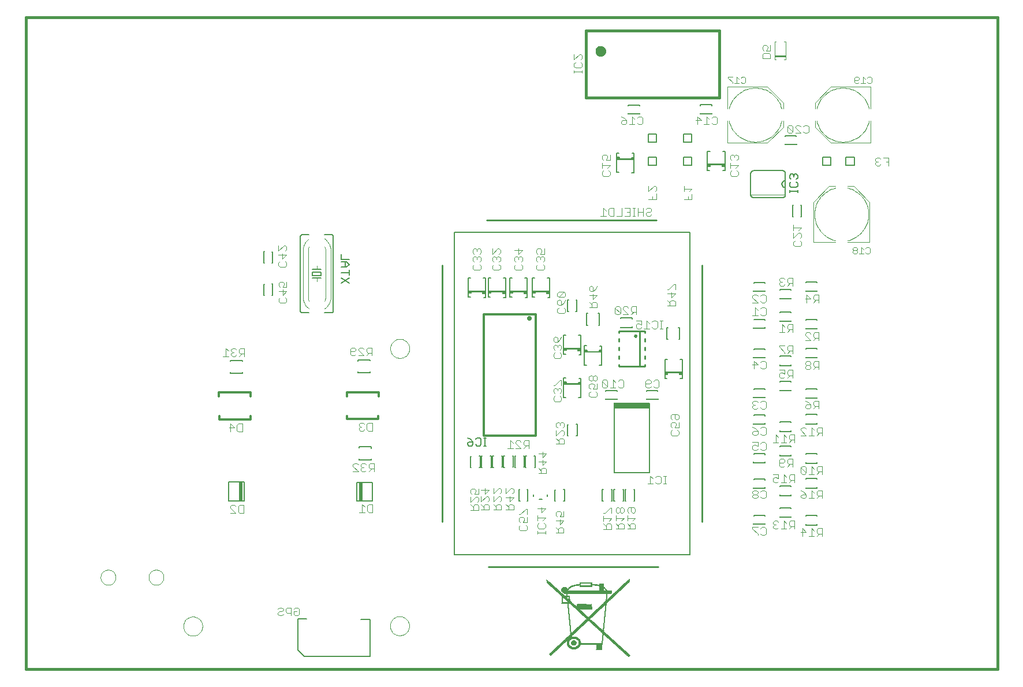
<source format=gbr>
G75*
G70*
%OFA0B0*%
%FSLAX24Y24*%
%IPPOS*%
%LPD*%
%AMOC8*
5,1,8,0,0,1.08239X$1,22.5*
%
%ADD10C,0.0160*%
%ADD11R,0.0018X0.0006*%
%ADD12R,0.0018X0.0006*%
%ADD13R,0.0030X0.0006*%
%ADD14R,0.0054X0.0006*%
%ADD15R,0.0066X0.0006*%
%ADD16R,0.0078X0.0006*%
%ADD17R,0.0096X0.0006*%
%ADD18R,0.0108X0.0006*%
%ADD19R,0.0126X0.0006*%
%ADD20R,0.0144X0.0006*%
%ADD21R,0.0150X0.0006*%
%ADD22R,0.0150X0.0006*%
%ADD23R,0.0168X0.0006*%
%ADD24R,0.0042X0.0006*%
%ADD25R,0.0174X0.0006*%
%ADD26R,0.0048X0.0006*%
%ADD27R,0.0174X0.0006*%
%ADD28R,0.0072X0.0006*%
%ADD29R,0.0078X0.0006*%
%ADD30R,0.0168X0.0006*%
%ADD31R,0.0174X0.0006*%
%ADD32R,0.0108X0.0006*%
%ADD33R,0.0174X0.0006*%
%ADD34R,0.0120X0.0006*%
%ADD35R,0.0144X0.0006*%
%ADD36R,0.0156X0.0006*%
%ADD37R,0.0162X0.0006*%
%ADD38R,0.0168X0.0006*%
%ADD39R,0.0168X0.0006*%
%ADD40R,0.0180X0.0006*%
%ADD41R,0.0162X0.0006*%
%ADD42R,0.0162X0.0006*%
%ADD43R,0.0180X0.0006*%
%ADD44R,0.0006X0.0006*%
%ADD45R,0.0258X0.0006*%
%ADD46R,0.0006X0.0006*%
%ADD47R,0.0306X0.0006*%
%ADD48R,0.0306X0.0006*%
%ADD49R,0.0012X0.0006*%
%ADD50R,0.0216X0.0006*%
%ADD51R,0.0234X0.0006*%
%ADD52R,0.0282X0.0006*%
%ADD53R,0.0318X0.0006*%
%ADD54R,0.0336X0.0006*%
%ADD55R,0.0372X0.0006*%
%ADD56R,0.0402X0.0006*%
%ADD57R,0.0420X0.0006*%
%ADD58R,0.0444X0.0006*%
%ADD59R,0.0474X0.0006*%
%ADD60R,0.0492X0.0006*%
%ADD61R,0.0498X0.0006*%
%ADD62R,0.0522X0.0006*%
%ADD63R,0.0534X0.0006*%
%ADD64R,0.0552X0.0006*%
%ADD65R,0.0564X0.0006*%
%ADD66R,0.0582X0.0006*%
%ADD67R,0.0252X0.0006*%
%ADD68R,0.0246X0.0006*%
%ADD69R,0.0222X0.0006*%
%ADD70R,0.0210X0.0006*%
%ADD71R,0.0198X0.0006*%
%ADD72R,0.0192X0.0006*%
%ADD73R,0.0186X0.0006*%
%ADD74R,0.0192X0.0006*%
%ADD75R,0.0156X0.0006*%
%ADD76R,0.0156X0.0006*%
%ADD77R,0.0144X0.0006*%
%ADD78R,0.0144X0.0006*%
%ADD79R,0.0138X0.0006*%
%ADD80R,0.0138X0.0006*%
%ADD81R,0.0132X0.0006*%
%ADD82R,0.0030X0.0006*%
%ADD83R,0.0138X0.0006*%
%ADD84R,0.0156X0.0006*%
%ADD85R,0.0186X0.0006*%
%ADD86R,0.0204X0.0006*%
%ADD87R,0.0312X0.0006*%
%ADD88R,0.0132X0.0006*%
%ADD89R,0.0216X0.0006*%
%ADD90R,0.0312X0.0006*%
%ADD91R,0.0126X0.0006*%
%ADD92R,0.0228X0.0006*%
%ADD93R,0.0318X0.0006*%
%ADD94R,0.0246X0.0006*%
%ADD95R,0.1380X0.0006*%
%ADD96R,0.0126X0.0006*%
%ADD97R,0.0258X0.0006*%
%ADD98R,0.1380X0.0006*%
%ADD99R,0.0126X0.0006*%
%ADD100R,0.1392X0.0006*%
%ADD101R,0.0270X0.0006*%
%ADD102R,0.1386X0.0006*%
%ADD103R,0.1392X0.0006*%
%ADD104R,0.0288X0.0006*%
%ADD105R,0.1392X0.0006*%
%ADD106R,0.0294X0.0006*%
%ADD107R,0.0300X0.0006*%
%ADD108R,0.1386X0.0006*%
%ADD109R,0.0300X0.0006*%
%ADD110R,0.0312X0.0006*%
%ADD111R,0.0312X0.0006*%
%ADD112R,0.0138X0.0006*%
%ADD113R,0.0090X0.0006*%
%ADD114R,0.0120X0.0006*%
%ADD115R,0.0072X0.0006*%
%ADD116R,0.0066X0.0006*%
%ADD117R,0.0072X0.0006*%
%ADD118R,0.0066X0.0006*%
%ADD119R,0.0306X0.0006*%
%ADD120R,0.0066X0.0006*%
%ADD121R,0.0270X0.0006*%
%ADD122R,0.0252X0.0006*%
%ADD123R,0.0240X0.0006*%
%ADD124R,0.0198X0.0006*%
%ADD125R,0.0132X0.0006*%
%ADD126R,0.0024X0.0006*%
%ADD127R,0.0336X0.0006*%
%ADD128R,0.0336X0.0006*%
%ADD129R,0.0336X0.0006*%
%ADD130R,0.0342X0.0006*%
%ADD131R,0.0342X0.0006*%
%ADD132R,0.0348X0.0006*%
%ADD133R,0.0354X0.0006*%
%ADD134R,0.0354X0.0006*%
%ADD135R,0.0366X0.0006*%
%ADD136R,0.0378X0.0006*%
%ADD137R,0.0396X0.0006*%
%ADD138R,0.0228X0.0006*%
%ADD139R,0.0426X0.0006*%
%ADD140R,0.0750X0.0006*%
%ADD141R,0.0732X0.0006*%
%ADD142R,0.0060X0.0006*%
%ADD143R,0.0720X0.0006*%
%ADD144R,0.0708X0.0006*%
%ADD145R,0.0690X0.0006*%
%ADD146R,0.0072X0.0006*%
%ADD147R,0.0672X0.0006*%
%ADD148R,0.0660X0.0006*%
%ADD149R,0.0648X0.0006*%
%ADD150R,0.0624X0.0006*%
%ADD151R,0.0612X0.0006*%
%ADD152R,0.0372X0.0006*%
%ADD153R,0.0360X0.0006*%
%ADD154R,0.0342X0.0006*%
%ADD155R,0.0504X0.0006*%
%ADD156R,0.0486X0.0006*%
%ADD157R,0.0456X0.0006*%
%ADD158R,0.0234X0.0006*%
%ADD159R,0.0210X0.0006*%
%ADD160R,0.0204X0.0006*%
%ADD161R,0.0198X0.0006*%
%ADD162R,0.0228X0.0006*%
%ADD163R,0.0222X0.0006*%
%ADD164R,0.0222X0.0006*%
%ADD165R,0.0216X0.0006*%
%ADD166R,0.0204X0.0006*%
%ADD167R,0.0186X0.0006*%
%ADD168R,0.0246X0.0006*%
%ADD169R,0.0234X0.0006*%
%ADD170R,0.0240X0.0006*%
%ADD171R,0.0252X0.0006*%
%ADD172R,0.0078X0.0006*%
%ADD173R,0.0060X0.0006*%
%ADD174R,0.0330X0.0006*%
%ADD175R,0.0294X0.0006*%
%ADD176R,0.0198X0.0006*%
%ADD177R,0.0222X0.0006*%
%ADD178R,0.0264X0.0006*%
%ADD179R,0.0282X0.0006*%
%ADD180R,0.0294X0.0006*%
%ADD181R,0.0318X0.0006*%
%ADD182R,0.0348X0.0006*%
%ADD183R,0.0354X0.0006*%
%ADD184R,0.0858X0.0006*%
%ADD185R,0.0024X0.0006*%
%ADD186R,0.0930X0.0006*%
%ADD187R,0.0930X0.0006*%
%ADD188R,0.0936X0.0006*%
%ADD189R,0.0948X0.0006*%
%ADD190R,0.0954X0.0006*%
%ADD191R,0.0960X0.0006*%
%ADD192R,0.0966X0.0006*%
%ADD193R,0.0972X0.0006*%
%ADD194R,0.0978X0.0006*%
%ADD195R,0.0984X0.0006*%
%ADD196R,0.0990X0.0006*%
%ADD197R,0.0996X0.0006*%
%ADD198R,0.1008X0.0006*%
%ADD199R,0.1014X0.0006*%
%ADD200R,0.1026X0.0006*%
%ADD201R,0.1032X0.0006*%
%ADD202R,0.1038X0.0006*%
%ADD203R,0.1044X0.0006*%
%ADD204R,0.1050X0.0006*%
%ADD205R,0.1056X0.0006*%
%ADD206R,0.1062X0.0006*%
%ADD207R,0.0882X0.0006*%
%ADD208R,0.0876X0.0006*%
%ADD209R,0.0876X0.0006*%
%ADD210R,0.0084X0.0006*%
%ADD211R,0.0246X0.0006*%
%ADD212R,0.0564X0.0006*%
%ADD213R,0.0006X0.0006*%
%ADD214R,0.0186X0.0006*%
%ADD215R,0.0642X0.0006*%
%ADD216R,0.0636X0.0006*%
%ADD217R,0.0624X0.0006*%
%ADD218R,0.0630X0.0006*%
%ADD219R,0.0618X0.0006*%
%ADD220R,0.0606X0.0006*%
%ADD221R,0.0600X0.0006*%
%ADD222R,0.0594X0.0006*%
%ADD223R,0.0588X0.0006*%
%ADD224R,0.0492X0.0006*%
%ADD225R,0.0204X0.0006*%
%ADD226R,0.0192X0.0006*%
%ADD227R,0.0084X0.0006*%
%ADD228R,0.0252X0.0006*%
%ADD229R,0.0486X0.0006*%
%ADD230R,0.0486X0.0006*%
%ADD231R,0.0492X0.0006*%
%ADD232R,0.0102X0.0006*%
%ADD233R,0.2736X0.0006*%
%ADD234R,0.2748X0.0006*%
%ADD235R,0.2748X0.0006*%
%ADD236R,0.2760X0.0006*%
%ADD237R,0.2760X0.0006*%
%ADD238R,0.2766X0.0006*%
%ADD239R,0.2778X0.0006*%
%ADD240R,0.2808X0.0006*%
%ADD241R,0.2814X0.0006*%
%ADD242R,0.2832X0.0006*%
%ADD243R,0.2844X0.0006*%
%ADD244R,0.2850X0.0006*%
%ADD245R,0.2862X0.0006*%
%ADD246R,0.2868X0.0006*%
%ADD247R,0.2874X0.0006*%
%ADD248R,0.2880X0.0006*%
%ADD249R,0.2886X0.0006*%
%ADD250R,0.2892X0.0006*%
%ADD251R,0.2898X0.0006*%
%ADD252R,0.2898X0.0006*%
%ADD253R,0.2910X0.0006*%
%ADD254R,0.2898X0.0006*%
%ADD255R,0.0384X0.0006*%
%ADD256R,0.0084X0.0006*%
%ADD257R,0.0384X0.0006*%
%ADD258R,0.0390X0.0006*%
%ADD259R,0.0078X0.0006*%
%ADD260R,0.0396X0.0006*%
%ADD261R,0.0402X0.0006*%
%ADD262R,0.0408X0.0006*%
%ADD263R,0.0084X0.0006*%
%ADD264R,0.0414X0.0006*%
%ADD265R,0.0420X0.0006*%
%ADD266R,0.0438X0.0006*%
%ADD267R,0.0438X0.0006*%
%ADD268R,0.0090X0.0006*%
%ADD269R,0.0450X0.0006*%
%ADD270R,0.0444X0.0006*%
%ADD271R,0.0096X0.0006*%
%ADD272R,0.0450X0.0006*%
%ADD273R,0.0456X0.0006*%
%ADD274R,0.0096X0.0006*%
%ADD275R,0.0096X0.0006*%
%ADD276R,0.0324X0.0006*%
%ADD277R,0.0288X0.0006*%
%ADD278R,0.0264X0.0006*%
%ADD279R,0.0102X0.0006*%
%ADD280R,0.0216X0.0006*%
%ADD281R,0.0108X0.0006*%
%ADD282R,0.0324X0.0006*%
%ADD283R,0.0306X0.0006*%
%ADD284R,0.0114X0.0006*%
%ADD285R,0.0114X0.0006*%
%ADD286R,0.0114X0.0006*%
%ADD287R,0.0276X0.0006*%
%ADD288R,0.0720X0.0006*%
%ADD289R,0.0366X0.0006*%
%ADD290R,0.0426X0.0006*%
%ADD291R,0.0468X0.0006*%
%ADD292R,0.0510X0.0006*%
%ADD293R,0.0408X0.0006*%
%ADD294R,0.0396X0.0006*%
%ADD295R,0.0366X0.0006*%
%ADD296R,0.0738X0.0006*%
%ADD297R,0.0330X0.0006*%
%ADD298R,0.0162X0.0006*%
%ADD299R,0.0054X0.0006*%
%ADD300R,0.0054X0.0006*%
%ADD301R,0.0048X0.0006*%
%ADD302R,0.0042X0.0006*%
%ADD303R,0.0012X0.0006*%
%ADD304R,0.0036X0.0006*%
%ADD305R,0.0024X0.0006*%
%ADD306C,0.0000*%
%ADD307C,0.0050*%
%ADD308C,0.0040*%
%ADD309C,0.0080*%
%ADD310R,0.2080X0.0360*%
%ADD311C,0.0320*%
%ADD312C,0.0060*%
%ADD313C,0.0020*%
%ADD314C,0.0030*%
%ADD315C,0.0120*%
%ADD316C,0.0283*%
%ADD317C,0.0100*%
%ADD318C,0.0070*%
%ADD319C,0.0031*%
D10*
X000191Y000181D02*
X056291Y000181D01*
X056291Y037781D01*
X000191Y037781D01*
X000191Y000181D01*
X032551Y033171D02*
X040251Y033171D01*
X040251Y037021D01*
X032551Y037021D01*
X032551Y033171D01*
D11*
X032291Y001651D03*
X035003Y000883D03*
D12*
X035003Y000889D03*
D13*
X035003Y000895D03*
X030497Y000955D03*
X030287Y005305D03*
D14*
X035003Y000901D03*
D15*
X035003Y000907D03*
X033473Y001669D03*
X033473Y001675D03*
X033473Y001699D03*
X033473Y001705D03*
X033497Y001897D03*
X033497Y001909D03*
X033497Y001915D03*
X033497Y001927D03*
X033503Y001969D03*
X033503Y001975D03*
X033515Y002119D03*
X033515Y002125D03*
X033557Y002527D03*
X033557Y002539D03*
X033557Y002545D03*
X033557Y002557D03*
X033563Y002575D03*
X033563Y002587D03*
X033563Y002599D03*
X033575Y002719D03*
X033575Y002725D03*
X033587Y002827D03*
X033587Y002839D03*
X033605Y003007D03*
X033605Y003019D03*
X033605Y003025D03*
X033617Y003145D03*
X033623Y003187D03*
X033623Y003199D03*
X033623Y003205D03*
X033623Y003217D03*
X033623Y003229D03*
X033623Y003235D03*
X033647Y003445D03*
X033665Y003607D03*
X033665Y003619D03*
X033665Y003625D03*
X033665Y003637D03*
X033677Y003769D03*
X033683Y003787D03*
X033683Y003799D03*
X033683Y003805D03*
X033683Y003817D03*
X033683Y003829D03*
X033683Y003835D03*
X033725Y004225D03*
X033725Y004237D03*
X033725Y004249D03*
X033743Y004435D03*
X035027Y005317D03*
X031583Y004327D03*
X031583Y004315D03*
X031583Y004309D03*
X031583Y004285D03*
X031583Y004207D03*
X031445Y004489D03*
X031163Y004309D03*
X031163Y004297D03*
X031163Y004285D03*
X031163Y004279D03*
X031163Y004267D03*
X031163Y004255D03*
X031163Y004237D03*
X031163Y004225D03*
X031163Y004219D03*
X031163Y004207D03*
X031163Y004195D03*
X031163Y004189D03*
X031163Y004177D03*
X031163Y004165D03*
X031163Y004159D03*
X031163Y004147D03*
X031163Y004135D03*
X031163Y004129D03*
X031163Y004117D03*
X031163Y004105D03*
X031163Y004099D03*
X031163Y004087D03*
X031163Y004075D03*
X031163Y004069D03*
X031163Y004057D03*
X031163Y004045D03*
X031505Y003859D03*
X031517Y003745D03*
X031517Y003739D03*
X031517Y003727D03*
X031517Y003715D03*
X031517Y003709D03*
X031523Y003697D03*
X031523Y003685D03*
X031523Y003679D03*
X031535Y003547D03*
X031535Y003535D03*
X031535Y003529D03*
X031565Y003247D03*
X031577Y003139D03*
X031577Y003127D03*
X031583Y003079D03*
X031583Y003067D03*
X031583Y003055D03*
X031583Y003049D03*
X031595Y002947D03*
X031595Y002929D03*
X031607Y002827D03*
X031625Y002659D03*
X031625Y002647D03*
X031625Y002635D03*
X031625Y002629D03*
X031637Y002515D03*
X031637Y002509D03*
X031643Y002485D03*
X031643Y002479D03*
X031643Y002467D03*
X031643Y002455D03*
X031643Y002449D03*
X031667Y002245D03*
X030305Y005275D03*
D16*
X030311Y005263D03*
X031511Y003793D03*
X031529Y003613D03*
X033653Y003511D03*
X033737Y004363D03*
X033719Y004723D03*
X032849Y004993D03*
X032849Y005101D03*
X035021Y005311D03*
X033569Y002653D03*
X033551Y002473D03*
X033551Y002461D03*
X033509Y002041D03*
X035003Y000913D03*
D17*
X035006Y000919D03*
X030494Y000985D03*
X031586Y004849D03*
X033734Y004687D03*
D18*
X031628Y004885D03*
X031616Y004879D03*
X031838Y002035D03*
X031838Y001549D03*
X035006Y000925D03*
D19*
X035009Y000931D03*
X032189Y001681D03*
X032189Y001693D03*
X031499Y001741D03*
X031499Y001621D03*
D20*
X035006Y000937D03*
D21*
X035003Y000943D03*
X031565Y001501D03*
X031553Y001513D03*
X030347Y005191D03*
D22*
X030347Y005197D03*
X034985Y005245D03*
X032135Y001525D03*
X032117Y001507D03*
X031559Y001507D03*
X031547Y001519D03*
X031541Y001525D03*
X031541Y001837D03*
X035003Y000949D03*
D23*
X035000Y000955D03*
X034910Y001039D03*
X034760Y001177D03*
X034640Y001285D03*
X034580Y001339D03*
X034130Y001747D03*
X032390Y002797D03*
X032150Y002575D03*
X032120Y002545D03*
X032090Y002515D03*
X032060Y002485D03*
X032870Y003247D03*
X033170Y003529D03*
X033200Y003559D03*
X034040Y004345D03*
X034310Y004597D03*
X034340Y004627D03*
X034520Y004795D03*
X034580Y004849D03*
X034580Y004855D03*
X034640Y004909D03*
X034790Y005047D03*
X034820Y005077D03*
X034850Y005107D03*
X030380Y005155D03*
X031220Y001699D03*
X031160Y001645D03*
X031130Y001615D03*
X031100Y001585D03*
X031010Y001507D03*
X030950Y001447D03*
X030920Y001417D03*
X030890Y001387D03*
X030740Y001249D03*
X030680Y001195D03*
X030680Y001189D03*
X030650Y001165D03*
X030620Y001135D03*
D24*
X030497Y000961D03*
X035039Y005341D03*
D25*
X034943Y005191D03*
X034877Y005131D03*
X034847Y005101D03*
X034793Y005053D03*
X034763Y005023D03*
X034727Y004993D03*
X034715Y004981D03*
X034697Y004963D03*
X034655Y004921D03*
X034523Y004801D03*
X034505Y004783D03*
X034493Y004771D03*
X034463Y004741D03*
X034427Y004711D03*
X034397Y004681D03*
X034367Y004651D03*
X034313Y004603D03*
X034283Y004573D03*
X034235Y004531D03*
X034217Y004513D03*
X034205Y004501D03*
X034187Y004483D03*
X034175Y004471D03*
X034043Y004351D03*
X034013Y004321D03*
X033995Y004303D03*
X033983Y004291D03*
X033965Y004273D03*
X033947Y004261D03*
X033917Y004231D03*
X033887Y004201D03*
X033857Y004171D03*
X033755Y004081D03*
X033737Y004063D03*
X033725Y004051D03*
X033707Y004033D03*
X033695Y004021D03*
X033545Y003883D03*
X033533Y003871D03*
X033515Y003853D03*
X033503Y003841D03*
X033485Y003823D03*
X033437Y003781D03*
X033407Y003751D03*
X033323Y003673D03*
X033293Y003643D03*
X033275Y003631D03*
X033257Y003613D03*
X033245Y003601D03*
X033227Y003583D03*
X033215Y003571D03*
X033197Y003553D03*
X033053Y003421D03*
X033035Y003403D03*
X033023Y003391D03*
X033005Y003373D03*
X032957Y003331D03*
X032927Y003301D03*
X032843Y003223D03*
X032813Y003193D03*
X032783Y003163D03*
X032573Y003163D03*
X032537Y003193D03*
X032507Y003223D03*
X032477Y003253D03*
X032453Y003271D03*
X032387Y003331D03*
X032375Y003343D03*
X032573Y002971D03*
X032555Y002953D03*
X032543Y002941D03*
X032525Y002923D03*
X032513Y002911D03*
X032495Y002893D03*
X032477Y002881D03*
X032447Y002851D03*
X032255Y002671D03*
X032237Y002653D03*
X032225Y002641D03*
X032093Y002521D03*
X032075Y002503D03*
X031967Y002401D03*
X031937Y002371D03*
X031883Y002323D03*
X031853Y002293D03*
X031535Y001993D03*
X031343Y001813D03*
X031325Y001801D03*
X031307Y001783D03*
X031295Y001771D03*
X031277Y001753D03*
X031247Y001723D03*
X031103Y001591D03*
X031085Y001573D03*
X031055Y001543D03*
X031037Y001531D03*
X031007Y001501D03*
X030815Y001321D03*
X030797Y001303D03*
X030767Y001273D03*
X031595Y001471D03*
X033167Y002623D03*
X033197Y002593D03*
X033215Y002581D03*
X033233Y002563D03*
X033245Y002551D03*
X033347Y002461D03*
X033365Y002443D03*
X033497Y002323D03*
X033545Y002281D03*
X033563Y002263D03*
X033575Y002251D03*
X033677Y002161D03*
X033695Y002143D03*
X033707Y002131D03*
X033773Y002071D03*
X033827Y002023D03*
X033905Y001951D03*
X034007Y001861D03*
X034025Y001843D03*
X034157Y001723D03*
X034187Y001693D03*
X034205Y001681D03*
X034223Y001663D03*
X034235Y001651D03*
X034253Y001633D03*
X034367Y001531D03*
X034403Y001501D03*
X034457Y001453D03*
X034487Y001423D03*
X034535Y001381D03*
X034565Y001351D03*
X034733Y001201D03*
X034763Y001171D03*
X034817Y001123D03*
X034847Y001093D03*
X034865Y001081D03*
X034895Y001051D03*
X034955Y001003D03*
X034985Y000973D03*
X034997Y000961D03*
X033113Y002671D03*
X033047Y002731D03*
X033035Y002743D03*
X032933Y002833D03*
X032915Y002851D03*
X032903Y002863D03*
X032873Y002893D03*
X032837Y002923D03*
X032807Y002953D03*
X031847Y003823D03*
X031727Y003931D03*
X031715Y003943D03*
X031595Y004051D03*
X031385Y004243D03*
X031133Y004471D03*
X030953Y004633D03*
X030935Y004651D03*
X030887Y004693D03*
X030857Y004723D03*
X030803Y004771D03*
X030773Y004801D03*
X030737Y004831D03*
X030725Y004843D03*
X030707Y004861D03*
X030605Y004951D03*
X030557Y004993D03*
X030503Y005041D03*
X030473Y005071D03*
X030437Y005101D03*
X030425Y005113D03*
X030407Y005131D03*
X030395Y005143D03*
D26*
X035036Y005335D03*
X030494Y000967D03*
D27*
X030761Y001267D03*
X030779Y001285D03*
X031001Y001495D03*
X031031Y001525D03*
X031049Y001537D03*
X031061Y001549D03*
X031079Y001567D03*
X031259Y001735D03*
X031271Y001747D03*
X031289Y001765D03*
X031301Y001777D03*
X031349Y001819D03*
X031541Y001999D03*
X031799Y002245D03*
X031829Y002269D03*
X031859Y002299D03*
X031889Y002329D03*
X031931Y002365D03*
X031961Y002395D03*
X031991Y002425D03*
X032231Y002647D03*
X032249Y002665D03*
X032261Y002677D03*
X032399Y002809D03*
X032411Y002815D03*
X032441Y002845D03*
X032471Y002875D03*
X032501Y002899D03*
X032519Y002917D03*
X032531Y002929D03*
X032549Y002947D03*
X032561Y002959D03*
X032579Y003157D03*
X032561Y003175D03*
X032501Y003229D03*
X032459Y003265D03*
X032381Y003337D03*
X032249Y003457D03*
X032129Y003565D03*
X031841Y003829D03*
X031721Y003937D03*
X031601Y004045D03*
X031589Y004057D03*
X031391Y004237D03*
X031139Y004465D03*
X030941Y004645D03*
X030929Y004657D03*
X030911Y004675D03*
X030851Y004729D03*
X030809Y004765D03*
X030749Y004819D03*
X030731Y004837D03*
X030551Y004999D03*
X030479Y005065D03*
X030419Y005119D03*
X030389Y005149D03*
X033059Y003427D03*
X033041Y003409D03*
X033029Y003397D03*
X033011Y003379D03*
X032951Y003325D03*
X032921Y003295D03*
X032849Y003229D03*
X032819Y003199D03*
X032789Y003169D03*
X032771Y003157D03*
X032789Y002965D03*
X032831Y002929D03*
X032891Y002875D03*
X032909Y002857D03*
X033011Y002767D03*
X033029Y002749D03*
X033041Y002737D03*
X033059Y002719D03*
X033089Y002695D03*
X033119Y002665D03*
X033161Y002629D03*
X033191Y002599D03*
X033239Y002557D03*
X033251Y002545D03*
X033329Y002479D03*
X033359Y002449D03*
X033371Y002437D03*
X033389Y002425D03*
X033389Y002419D03*
X033491Y002329D03*
X033551Y002275D03*
X033569Y002257D03*
X033689Y002149D03*
X033701Y002137D03*
X033731Y002107D03*
X033749Y002095D03*
X033779Y002065D03*
X033869Y001987D03*
X033881Y001975D03*
X033899Y001957D03*
X034001Y001867D03*
X034019Y001849D03*
X034031Y001837D03*
X034079Y001795D03*
X034109Y001765D03*
X034199Y001687D03*
X034229Y001657D03*
X034241Y001645D03*
X034349Y001549D03*
X034361Y001537D03*
X034409Y001495D03*
X034439Y001465D03*
X034481Y001429D03*
X034529Y001387D03*
X034541Y001375D03*
X034661Y001267D03*
X034679Y001249D03*
X034691Y001237D03*
X034739Y001195D03*
X034769Y001165D03*
X034781Y001159D03*
X034811Y001129D03*
X034841Y001099D03*
X034859Y001087D03*
X034871Y001075D03*
X034901Y001045D03*
X034991Y000967D03*
X031589Y001477D03*
X033191Y003547D03*
X033209Y003565D03*
X033239Y003595D03*
X033251Y003607D03*
X033281Y003637D03*
X033299Y003649D03*
X033329Y003679D03*
X033401Y003745D03*
X033431Y003775D03*
X033479Y003817D03*
X033521Y003859D03*
X033539Y003877D03*
X033551Y003889D03*
X033659Y003985D03*
X033671Y003997D03*
X033689Y004015D03*
X033719Y004045D03*
X033761Y004087D03*
X033911Y004225D03*
X033941Y004249D03*
X034001Y004309D03*
X034031Y004339D03*
X034181Y004477D03*
X034199Y004495D03*
X034211Y004507D03*
X034289Y004579D03*
X034319Y004609D03*
X034361Y004645D03*
X034391Y004675D03*
X034421Y004705D03*
X034451Y004729D03*
X034469Y004747D03*
X034481Y004759D03*
X034499Y004777D03*
X034679Y004945D03*
X034691Y004957D03*
X034709Y004975D03*
X034721Y004987D03*
X034769Y005029D03*
X034841Y005095D03*
X034961Y005209D03*
D28*
X033746Y004453D03*
X033746Y004441D03*
X033734Y004351D03*
X033734Y004333D03*
X033734Y004321D03*
X033728Y004291D03*
X033728Y004273D03*
X033728Y004261D03*
X033722Y004213D03*
X033692Y003883D03*
X033686Y003853D03*
X033674Y003733D03*
X033674Y003721D03*
X033674Y003703D03*
X033668Y003691D03*
X033668Y003673D03*
X033668Y003661D03*
X033656Y003553D03*
X033656Y003541D03*
X033656Y003523D03*
X033644Y003433D03*
X033638Y003343D03*
X033638Y003331D03*
X033632Y003313D03*
X033632Y003301D03*
X033632Y003283D03*
X033632Y003271D03*
X033626Y003253D03*
X033626Y003241D03*
X033614Y003133D03*
X033614Y003121D03*
X033614Y003103D03*
X033614Y003091D03*
X033608Y003073D03*
X033608Y003061D03*
X033608Y003043D03*
X033608Y003031D03*
X033596Y002923D03*
X033596Y002911D03*
X033584Y002821D03*
X033578Y002731D03*
X033572Y002701D03*
X033572Y002683D03*
X033572Y002671D03*
X033566Y002641D03*
X033566Y002623D03*
X033566Y002611D03*
X033554Y002521D03*
X033554Y002503D03*
X033554Y002491D03*
X033548Y002443D03*
X033548Y002431D03*
X033548Y002413D03*
X033524Y002173D03*
X033512Y002083D03*
X033512Y002071D03*
X033512Y002053D03*
X033506Y002023D03*
X033506Y002011D03*
X033506Y001993D03*
X033506Y001981D03*
X033494Y001891D03*
X033494Y001873D03*
X033494Y001861D03*
X033488Y001843D03*
X033488Y001831D03*
X033488Y001813D03*
X033482Y001783D03*
X033482Y001771D03*
X033476Y001693D03*
X031658Y002293D03*
X031658Y002311D03*
X031658Y002323D03*
X031652Y002341D03*
X031652Y002353D03*
X031652Y002371D03*
X031652Y002383D03*
X031646Y002431D03*
X031634Y002533D03*
X031634Y002551D03*
X031634Y002563D03*
X031634Y002581D03*
X031628Y002593D03*
X031628Y002611D03*
X031628Y002623D03*
X031616Y002731D03*
X031616Y002743D03*
X031616Y002761D03*
X031598Y002941D03*
X031592Y002953D03*
X031592Y002971D03*
X031592Y002983D03*
X031592Y003001D03*
X031586Y003013D03*
X031586Y003031D03*
X031574Y003151D03*
X031574Y003163D03*
X031574Y003181D03*
X031568Y003193D03*
X031568Y003211D03*
X031568Y003223D03*
X031568Y003241D03*
X031556Y003343D03*
X031556Y003361D03*
X031544Y003433D03*
X031544Y003451D03*
X031544Y003463D03*
X031532Y003553D03*
X031532Y003571D03*
X031532Y003583D03*
X031532Y003601D03*
X031526Y003631D03*
X031526Y003643D03*
X031526Y003661D03*
X031514Y003751D03*
X031514Y003763D03*
X031514Y003781D03*
X031508Y003811D03*
X031508Y003823D03*
X031508Y003841D03*
X031508Y003853D03*
X031502Y003871D03*
X031502Y003883D03*
X031502Y003901D03*
X031166Y004033D03*
X031454Y004411D03*
X031448Y004423D03*
X031448Y004441D03*
X031448Y004453D03*
X031448Y004471D03*
X032204Y004993D03*
X032204Y005071D03*
X032204Y005083D03*
X032204Y005101D03*
X032852Y005083D03*
X030494Y000973D03*
D29*
X030497Y000979D03*
X031841Y001327D03*
X033467Y001657D03*
X033551Y002467D03*
X033629Y003265D03*
X033671Y003697D03*
X033719Y004177D03*
X033749Y004477D03*
X033731Y004699D03*
X033719Y004717D03*
X032849Y004987D03*
X032207Y004987D03*
X032201Y004999D03*
X032201Y005065D03*
X031451Y004429D03*
X031451Y004399D03*
X031169Y004027D03*
X031511Y003799D03*
X031613Y002767D03*
D30*
X032006Y002437D03*
X032018Y002449D03*
X032024Y002455D03*
X032036Y002467D03*
X032048Y002479D03*
X032066Y002497D03*
X032084Y002509D03*
X032102Y002527D03*
X032114Y002539D03*
X032144Y002569D03*
X032216Y002635D03*
X032276Y002689D03*
X032282Y002695D03*
X032294Y002707D03*
X032306Y002719D03*
X032312Y002725D03*
X032336Y002749D03*
X032372Y002779D03*
X032378Y002785D03*
X032432Y002839D03*
X032582Y002977D03*
X032882Y003259D03*
X032888Y003265D03*
X032912Y003289D03*
X033158Y003517D03*
X033176Y003535D03*
X033218Y003577D03*
X033236Y003589D03*
X033368Y003715D03*
X033392Y003739D03*
X033428Y003769D03*
X033446Y003787D03*
X033458Y003799D03*
X033464Y003805D03*
X033488Y003829D03*
X033506Y003847D03*
X033698Y004027D03*
X033716Y004039D03*
X033734Y004057D03*
X033752Y004075D03*
X033944Y004255D03*
X033968Y004279D03*
X033986Y004297D03*
X034022Y004327D03*
X034052Y004357D03*
X034064Y004369D03*
X034226Y004519D03*
X034232Y004525D03*
X034256Y004549D03*
X034274Y004567D03*
X034328Y004615D03*
X034352Y004639D03*
X034544Y004819D03*
X034562Y004837D03*
X034598Y004867D03*
X034616Y004885D03*
X034628Y004897D03*
X034646Y004915D03*
X034658Y004927D03*
X034802Y005059D03*
X034808Y005065D03*
X034832Y005089D03*
X034868Y005119D03*
X034868Y005125D03*
X034886Y005137D03*
X034898Y005149D03*
X034904Y005155D03*
X034928Y005179D03*
X034934Y005185D03*
X034946Y005197D03*
X031898Y003775D03*
X032996Y002779D03*
X033218Y002575D03*
X033404Y002407D03*
X033812Y002035D03*
X033986Y001879D03*
X034046Y001825D03*
X034052Y001819D03*
X034064Y001807D03*
X034118Y001759D03*
X034148Y001729D03*
X034166Y001717D03*
X034184Y001699D03*
X034208Y001675D03*
X034328Y001567D03*
X034496Y001417D03*
X034514Y001399D03*
X034562Y001357D03*
X034574Y001345D03*
X034604Y001315D03*
X034616Y001309D03*
X034646Y001279D03*
X034706Y001225D03*
X034712Y001219D03*
X034724Y001207D03*
X034892Y001057D03*
X034976Y000979D03*
X032102Y001489D03*
X032096Y001879D03*
X031814Y002257D03*
X031544Y002005D03*
X031364Y001837D03*
X031334Y001807D03*
X031238Y001717D03*
X031226Y001705D03*
X031208Y001687D03*
X031196Y001675D03*
X031154Y001639D03*
X031142Y001627D03*
X031124Y001609D03*
X031112Y001597D03*
X031094Y001579D03*
X031028Y001519D03*
X030992Y001489D03*
X030986Y001477D03*
X030968Y001465D03*
X030938Y001435D03*
X030932Y001429D03*
X030908Y001405D03*
X030872Y001375D03*
X030854Y001357D03*
X030842Y001345D03*
X030836Y001339D03*
X030824Y001327D03*
X030812Y001315D03*
X030806Y001309D03*
X030794Y001297D03*
X030746Y001255D03*
X030722Y001237D03*
X030704Y001219D03*
X030662Y001177D03*
X030644Y001159D03*
X030584Y001105D03*
X030566Y001087D03*
X030554Y001075D03*
X030548Y001069D03*
X030536Y001057D03*
X030524Y001045D03*
X030518Y001039D03*
X030506Y001027D03*
X031574Y001489D03*
X030662Y004897D03*
X030452Y005089D03*
X030434Y005107D03*
X030398Y005137D03*
X030356Y005179D03*
D31*
X030413Y005125D03*
X030467Y005077D03*
X030485Y005059D03*
X030497Y005047D03*
X030515Y005029D03*
X030575Y004975D03*
X030617Y004939D03*
X030647Y004915D03*
X030677Y004885D03*
X030713Y004855D03*
X030767Y004807D03*
X030785Y004789D03*
X030797Y004777D03*
X030815Y004759D03*
X030833Y004747D03*
X030863Y004717D03*
X030875Y004705D03*
X030917Y004669D03*
X030995Y004597D03*
X031007Y004585D03*
X031013Y004579D03*
X031073Y004525D03*
X031145Y004459D03*
X031193Y004417D03*
X031205Y004405D03*
X031325Y004297D03*
X031403Y004225D03*
X031445Y004189D03*
X031823Y003847D03*
X031865Y003805D03*
X032117Y003577D03*
X032183Y003517D03*
X032195Y003505D03*
X032297Y003415D03*
X032315Y003397D03*
X032393Y003325D03*
X032417Y003307D03*
X032435Y003289D03*
X032447Y003277D03*
X032477Y003247D03*
X032495Y003235D03*
X032513Y003217D03*
X032525Y003205D03*
X032567Y003169D03*
X032567Y002965D03*
X032537Y002935D03*
X032507Y002905D03*
X032465Y002869D03*
X032453Y002857D03*
X032423Y002827D03*
X032357Y002767D03*
X032345Y002755D03*
X032327Y002737D03*
X032243Y002659D03*
X032213Y002629D03*
X032195Y002617D03*
X032177Y002599D03*
X032165Y002587D03*
X032135Y002557D03*
X031985Y002419D03*
X031973Y002407D03*
X031955Y002389D03*
X031943Y002377D03*
X031925Y002359D03*
X031907Y002347D03*
X031877Y002317D03*
X031865Y002305D03*
X031847Y002287D03*
X031835Y002275D03*
X031715Y002167D03*
X031703Y002155D03*
X031697Y002149D03*
X031685Y002137D03*
X031673Y002125D03*
X031667Y002119D03*
X031655Y002107D03*
X031643Y002095D03*
X031637Y002089D03*
X031355Y001825D03*
X031313Y001789D03*
X031283Y001759D03*
X031253Y001729D03*
X031187Y001669D03*
X031175Y001657D03*
X031067Y001555D03*
X030965Y001459D03*
X030773Y001279D03*
X030713Y001225D03*
X030695Y001207D03*
X032087Y001477D03*
X032087Y001885D03*
X033137Y002647D03*
X033125Y002659D03*
X033107Y002677D03*
X033095Y002689D03*
X033077Y002707D03*
X033053Y002725D03*
X033023Y002755D03*
X032987Y002785D03*
X032975Y002797D03*
X032963Y002809D03*
X032957Y002815D03*
X032933Y002839D03*
X032897Y002869D03*
X032855Y002905D03*
X032813Y002947D03*
X032777Y002977D03*
X032795Y003175D03*
X032807Y003187D03*
X032825Y003205D03*
X032837Y003217D03*
X032855Y003235D03*
X032903Y003277D03*
X032933Y003307D03*
X032945Y003319D03*
X032963Y003337D03*
X032993Y003367D03*
X033017Y003385D03*
X033077Y003439D03*
X033083Y003445D03*
X033095Y003457D03*
X033107Y003469D03*
X033113Y003475D03*
X033125Y003487D03*
X033137Y003499D03*
X033143Y003505D03*
X033263Y003619D03*
X033275Y003625D03*
X033305Y003655D03*
X033317Y003667D03*
X033335Y003685D03*
X033347Y003697D03*
X033365Y003709D03*
X033383Y003727D03*
X033413Y003757D03*
X033497Y003835D03*
X033527Y003865D03*
X033653Y003979D03*
X033683Y004009D03*
X033863Y004177D03*
X033875Y004189D03*
X033893Y004207D03*
X033905Y004219D03*
X033923Y004237D03*
X033977Y004285D03*
X034007Y004315D03*
X034073Y004375D03*
X034085Y004387D03*
X034097Y004399D03*
X034103Y004405D03*
X034115Y004417D03*
X034127Y004429D03*
X034133Y004435D03*
X034163Y004459D03*
X034193Y004489D03*
X034247Y004537D03*
X034265Y004555D03*
X034295Y004585D03*
X034373Y004657D03*
X034385Y004669D03*
X034403Y004687D03*
X034415Y004699D03*
X034433Y004717D03*
X034457Y004735D03*
X034487Y004765D03*
X034535Y004807D03*
X034553Y004825D03*
X034607Y004879D03*
X034673Y004939D03*
X034703Y004969D03*
X034745Y005005D03*
X034757Y005017D03*
X034775Y005035D03*
X034913Y005167D03*
X034967Y005215D03*
X033155Y002635D03*
X033173Y002617D03*
X033185Y002605D03*
X033257Y002539D03*
X033287Y002515D03*
X033305Y002497D03*
X033323Y002485D03*
X033353Y002455D03*
X033485Y002335D03*
X033503Y002317D03*
X033515Y002305D03*
X033527Y002299D03*
X033533Y002287D03*
X033557Y002269D03*
X033665Y002167D03*
X033683Y002155D03*
X033713Y002125D03*
X033755Y002089D03*
X033767Y002077D03*
X033815Y002029D03*
X033833Y002017D03*
X033845Y002005D03*
X033887Y001969D03*
X033923Y001939D03*
X033935Y001927D03*
X033947Y001915D03*
X033953Y001909D03*
X033965Y001897D03*
X033983Y001885D03*
X034013Y001855D03*
X034085Y001789D03*
X034097Y001777D03*
X034145Y001735D03*
X034175Y001705D03*
X034217Y001669D03*
X034247Y001639D03*
X034265Y001627D03*
X034283Y001609D03*
X034295Y001597D03*
X034307Y001585D03*
X034313Y001579D03*
X034343Y001555D03*
X034397Y001507D03*
X034415Y001489D03*
X034427Y001477D03*
X034463Y001447D03*
X034475Y001435D03*
X034547Y001369D03*
X034595Y001327D03*
X034625Y001297D03*
X034673Y001255D03*
X034745Y001189D03*
X034787Y001147D03*
X034805Y001135D03*
X034823Y001117D03*
X034877Y001069D03*
X034925Y001027D03*
X034937Y001015D03*
X034943Y001009D03*
X034955Y000997D03*
X034973Y000985D03*
D32*
X031838Y001813D03*
X030494Y000991D03*
X031634Y004891D03*
X030326Y005233D03*
X035006Y005281D03*
D33*
X034811Y005071D03*
X034751Y005011D03*
X034589Y004861D03*
X034571Y004843D03*
X034559Y004831D03*
X034541Y004813D03*
X034439Y004723D03*
X034409Y004693D03*
X034379Y004663D03*
X034301Y004591D03*
X034271Y004561D03*
X034121Y004423D03*
X034109Y004411D03*
X034091Y004393D03*
X034079Y004381D03*
X034061Y004363D03*
X033929Y004243D03*
X033899Y004213D03*
X033869Y004183D03*
X033659Y003991D03*
X033419Y003763D03*
X033389Y003733D03*
X033341Y003691D03*
X033311Y003661D03*
X033161Y003523D03*
X033149Y003511D03*
X033131Y003493D03*
X033119Y003481D03*
X033101Y003463D03*
X032969Y003343D03*
X032939Y003313D03*
X032909Y003283D03*
X032861Y003241D03*
X032831Y003211D03*
X032801Y003181D03*
X032519Y003211D03*
X032441Y003283D03*
X032321Y003391D03*
X032309Y003403D03*
X032189Y003511D03*
X031859Y003811D03*
X031781Y003883D03*
X031001Y004591D03*
X030989Y004603D03*
X030971Y004621D03*
X030869Y004711D03*
X030791Y004783D03*
X030671Y004891D03*
X030539Y005011D03*
X030491Y005053D03*
X030359Y005173D03*
X032459Y002863D03*
X032429Y002833D03*
X032381Y002791D03*
X032189Y002611D03*
X032171Y002593D03*
X032159Y002581D03*
X032141Y002563D03*
X031949Y002383D03*
X031919Y002353D03*
X031901Y002341D03*
X031871Y002311D03*
X031691Y002143D03*
X031679Y002131D03*
X031661Y002113D03*
X031649Y002101D03*
X031631Y002083D03*
X031361Y001831D03*
X031181Y001663D03*
X031169Y001651D03*
X031019Y001513D03*
X030989Y001483D03*
X030731Y001243D03*
X030701Y001213D03*
X030509Y001033D03*
X032081Y001471D03*
X032081Y001891D03*
X033149Y002641D03*
X033179Y002611D03*
X033101Y002683D03*
X032981Y002791D03*
X032969Y002803D03*
X032951Y002821D03*
X033299Y002503D03*
X033311Y002491D03*
X033509Y002311D03*
X033659Y002173D03*
X033791Y002053D03*
X033929Y001933D03*
X033941Y001921D03*
X033971Y001891D03*
X034061Y001813D03*
X034139Y001741D03*
X034169Y001711D03*
X034289Y001603D03*
X034301Y001591D03*
X034421Y001483D03*
X034439Y001471D03*
X034469Y001441D03*
X034499Y001411D03*
X034601Y001321D03*
X034721Y001213D03*
X034751Y001183D03*
X034799Y001141D03*
X034829Y001111D03*
X034919Y001033D03*
X034931Y001021D03*
X034961Y000991D03*
D34*
X032186Y001669D03*
X032186Y001675D03*
X030494Y000997D03*
X031670Y004915D03*
D35*
X031706Y004933D03*
X031304Y004891D03*
X030344Y005203D03*
X030494Y001003D03*
D36*
X030494Y001009D03*
X032126Y001849D03*
X031304Y004885D03*
D37*
X031727Y004939D03*
X031733Y004945D03*
X031301Y004315D03*
X031307Y004309D03*
X030353Y005185D03*
X034973Y005227D03*
X032111Y001867D03*
X032111Y001495D03*
X030899Y001399D03*
X030869Y001369D03*
X030629Y001147D03*
X030611Y001129D03*
X030599Y001117D03*
X030581Y001099D03*
X030497Y001015D03*
D38*
X030500Y001021D03*
X030560Y001081D03*
X030830Y001333D03*
X030860Y001363D03*
X030890Y001393D03*
X031580Y001483D03*
X031550Y002011D03*
X031820Y002263D03*
X032000Y002431D03*
X032030Y002461D03*
X032270Y002683D03*
X032300Y002713D03*
X032330Y002743D03*
X032990Y003361D03*
X033470Y003811D03*
X034250Y004543D03*
X034910Y005161D03*
X034970Y005221D03*
X031310Y004303D03*
X033530Y002293D03*
X034040Y001831D03*
X034070Y001801D03*
X034520Y001393D03*
X034700Y001231D03*
D39*
X034682Y001243D03*
X034664Y001261D03*
X034652Y001273D03*
X034634Y001291D03*
X034622Y001303D03*
X034586Y001333D03*
X034556Y001363D03*
X034352Y001543D03*
X034268Y001621D03*
X034124Y001753D03*
X034106Y001771D03*
X034088Y001783D03*
X033962Y001903D03*
X034784Y001153D03*
X034886Y001063D03*
X032096Y001483D03*
X032102Y001873D03*
X031808Y002251D03*
X031838Y002281D03*
X031712Y002161D03*
X031982Y002413D03*
X032012Y002443D03*
X032042Y002473D03*
X032066Y002491D03*
X032108Y002533D03*
X032126Y002551D03*
X032204Y002623D03*
X032288Y002701D03*
X032318Y002731D03*
X032354Y002761D03*
X032366Y002773D03*
X032396Y002803D03*
X032414Y002821D03*
X033014Y002761D03*
X033068Y002713D03*
X032876Y003253D03*
X032894Y003271D03*
X033182Y003541D03*
X033452Y003793D03*
X033674Y004003D03*
X034028Y004333D03*
X034334Y004621D03*
X034346Y004633D03*
X034478Y004753D03*
X034604Y004873D03*
X034622Y004891D03*
X034634Y004903D03*
X034664Y004933D03*
X034682Y004951D03*
X034784Y005041D03*
X034826Y005083D03*
X034856Y005113D03*
X034892Y005143D03*
X034922Y005173D03*
X034952Y005203D03*
X030626Y004933D03*
X030458Y005083D03*
X030374Y005161D03*
X031262Y001741D03*
X031232Y001711D03*
X031214Y001693D03*
X031202Y001681D03*
X031148Y001633D03*
X031136Y001621D03*
X031118Y001603D03*
X031076Y001561D03*
X030974Y001471D03*
X030956Y001453D03*
X030944Y001441D03*
X030926Y001423D03*
X030914Y001411D03*
X030878Y001381D03*
X030848Y001351D03*
X030788Y001291D03*
X030722Y001231D03*
X030686Y001201D03*
X030668Y001183D03*
X030656Y001171D03*
X030638Y001153D03*
X030596Y001111D03*
X030572Y001093D03*
X030542Y001063D03*
X030524Y001051D03*
D40*
X031322Y001795D03*
X031628Y002077D03*
X031724Y002179D03*
X031898Y002335D03*
X032186Y002605D03*
X032486Y002887D03*
X032546Y003187D03*
X032534Y003199D03*
X032468Y003259D03*
X032426Y003295D03*
X032402Y003319D03*
X032366Y003349D03*
X032360Y003355D03*
X032348Y003367D03*
X032336Y003379D03*
X032330Y003385D03*
X032300Y003409D03*
X032282Y003427D03*
X032270Y003439D03*
X032264Y003445D03*
X032234Y003469D03*
X032228Y003475D03*
X032216Y003487D03*
X032204Y003499D03*
X032168Y003529D03*
X032162Y003535D03*
X032150Y003547D03*
X032138Y003559D03*
X032102Y003589D03*
X032096Y003595D03*
X032084Y003607D03*
X032072Y003619D03*
X031910Y003769D03*
X031886Y003787D03*
X031874Y003799D03*
X031856Y003817D03*
X031832Y003835D03*
X031808Y003859D03*
X031802Y003865D03*
X031772Y003889D03*
X031766Y003895D03*
X031754Y003907D03*
X031742Y003919D03*
X031736Y003925D03*
X031706Y003949D03*
X031700Y003955D03*
X031604Y004039D03*
X031574Y004069D03*
X031568Y004075D03*
X031556Y004087D03*
X031544Y004099D03*
X031538Y004105D03*
X031526Y004117D03*
X031436Y004195D03*
X031424Y004207D03*
X031412Y004219D03*
X031376Y004249D03*
X031370Y004255D03*
X031358Y004267D03*
X031346Y004279D03*
X031340Y004285D03*
X031214Y004399D03*
X031178Y004429D03*
X031172Y004435D03*
X031160Y004447D03*
X031124Y004477D03*
X031112Y004489D03*
X031106Y004495D03*
X031094Y004507D03*
X031082Y004519D03*
X031058Y004537D03*
X031046Y004549D03*
X031040Y004555D03*
X031028Y004567D03*
X030980Y004609D03*
X030974Y004615D03*
X030962Y004627D03*
X030950Y004639D03*
X030896Y004687D03*
X030884Y004699D03*
X030842Y004735D03*
X030776Y004795D03*
X030746Y004825D03*
X030716Y004849D03*
X030698Y004867D03*
X030686Y004879D03*
X030650Y004909D03*
X030632Y004927D03*
X030614Y004945D03*
X030596Y004957D03*
X030584Y004969D03*
X030566Y004987D03*
X030542Y005005D03*
X030530Y005017D03*
X030512Y005035D03*
X030446Y005095D03*
X030368Y005167D03*
X032978Y003349D03*
X032984Y003355D03*
X033050Y003415D03*
X032798Y002959D03*
X032822Y002935D03*
X032846Y002917D03*
X032864Y002899D03*
X032876Y002887D03*
X032924Y002845D03*
X032942Y002827D03*
X033206Y002587D03*
X033224Y002569D03*
X033272Y002527D03*
X033290Y002509D03*
X033338Y002467D03*
X033578Y002245D03*
X033722Y002119D03*
X033788Y002059D03*
X033800Y002047D03*
X033854Y001999D03*
X033914Y001945D03*
X034274Y001615D03*
X034376Y001525D03*
X034382Y001519D03*
X034448Y001459D03*
X034508Y001405D03*
X034838Y001105D03*
X032072Y001897D03*
X031604Y001465D03*
X033746Y004069D03*
X033878Y004195D03*
X033956Y004267D03*
X034148Y004447D03*
X034166Y004465D03*
X034514Y004789D03*
X034736Y004999D03*
D41*
X030605Y001123D03*
D42*
X030623Y001141D03*
X032897Y005071D03*
X034979Y005233D03*
D43*
X034154Y004453D03*
X034142Y004441D03*
X033644Y003973D03*
X033374Y003721D03*
X033356Y003703D03*
X033086Y003451D03*
X033068Y003433D03*
X032552Y003181D03*
X032486Y003241D03*
X032420Y003301D03*
X032408Y003313D03*
X032354Y003361D03*
X032342Y003373D03*
X032288Y003421D03*
X032276Y003433D03*
X032258Y003451D03*
X032246Y003463D03*
X032222Y003481D03*
X032210Y003493D03*
X032174Y003523D03*
X032156Y003541D03*
X032144Y003553D03*
X032126Y003571D03*
X032108Y003583D03*
X032090Y003601D03*
X032078Y003613D03*
X031892Y003781D03*
X031880Y003793D03*
X031826Y003841D03*
X031814Y003853D03*
X031796Y003871D03*
X031760Y003901D03*
X031748Y003913D03*
X031694Y003961D03*
X031580Y004063D03*
X031562Y004081D03*
X031550Y004093D03*
X031532Y004111D03*
X031430Y004201D03*
X031418Y004213D03*
X031400Y004231D03*
X031364Y004261D03*
X031352Y004273D03*
X031334Y004291D03*
X031202Y004411D03*
X031184Y004423D03*
X031166Y004441D03*
X031154Y004453D03*
X031118Y004483D03*
X031100Y004501D03*
X031088Y004513D03*
X031070Y004531D03*
X031052Y004543D03*
X031034Y004561D03*
X031022Y004573D03*
X030920Y004663D03*
X030902Y004681D03*
X030836Y004741D03*
X030824Y004753D03*
X030758Y004813D03*
X030692Y004873D03*
X030656Y004903D03*
X030638Y004921D03*
X030590Y004963D03*
X030572Y004981D03*
X030524Y005023D03*
X031754Y004951D03*
X032786Y002971D03*
X032816Y002941D03*
X032852Y002911D03*
X032882Y002881D03*
X033002Y002773D03*
X033080Y002701D03*
X033134Y002653D03*
X033266Y002533D03*
X033278Y002521D03*
X033332Y002473D03*
X033380Y002431D03*
X033398Y002413D03*
X033482Y002341D03*
X033728Y002113D03*
X033740Y002101D03*
X033758Y002083D03*
X033806Y002041D03*
X033842Y002011D03*
X033860Y001993D03*
X033872Y001981D03*
X033896Y001963D03*
X033992Y001873D03*
X034322Y001573D03*
X034334Y001561D03*
X034388Y001513D03*
X031724Y002173D03*
X030752Y001261D03*
D44*
X033149Y001291D03*
X032879Y003631D03*
X031331Y004393D03*
D45*
X031307Y004861D03*
X031853Y004981D03*
X031841Y001603D03*
X033293Y001291D03*
D46*
X033437Y001291D03*
X031817Y001543D03*
D47*
X033293Y001549D03*
X033293Y001555D03*
X033293Y001567D03*
X033293Y001537D03*
X033293Y001525D03*
X033293Y001519D03*
X033293Y001507D03*
X033293Y001495D03*
X033293Y001489D03*
X033293Y001477D03*
X033293Y001465D03*
X033293Y001459D03*
X033293Y001447D03*
X033293Y001435D03*
X033293Y001429D03*
X033293Y001417D03*
X033293Y001405D03*
X033293Y001399D03*
X033293Y001387D03*
X033293Y001375D03*
X033293Y001369D03*
X033293Y001357D03*
X033293Y001345D03*
X033293Y001339D03*
X033293Y001327D03*
X033293Y001315D03*
X033293Y001309D03*
X033293Y001297D03*
X032675Y003127D03*
D48*
X033293Y001561D03*
X033293Y001543D03*
X033293Y001531D03*
X033293Y001513D03*
X033293Y001501D03*
X033293Y001483D03*
X033293Y001471D03*
X033293Y001453D03*
X033293Y001441D03*
X033293Y001423D03*
X033293Y001411D03*
X033293Y001393D03*
X033293Y001381D03*
X033293Y001363D03*
X033293Y001351D03*
X033293Y001333D03*
X033293Y001321D03*
X033293Y001303D03*
X031925Y004993D03*
D49*
X032018Y004987D03*
X031514Y004339D03*
X035042Y005365D03*
X031898Y001327D03*
X031784Y001327D03*
D50*
X031838Y001333D03*
X031838Y001783D03*
X033620Y003931D03*
D51*
X031499Y004165D03*
X031751Y002227D03*
X031841Y001339D03*
D52*
X031841Y001345D03*
X031841Y001615D03*
X031841Y001747D03*
X032681Y003019D03*
X033449Y004909D03*
D53*
X031307Y004831D03*
X032681Y003001D03*
X031841Y001693D03*
X031841Y001681D03*
X031841Y001663D03*
X031841Y001351D03*
D54*
X031838Y001357D03*
X031460Y001849D03*
D55*
X031838Y001363D03*
D56*
X031841Y001369D03*
X031319Y004687D03*
D57*
X031322Y004747D03*
X031838Y001375D03*
D58*
X031838Y001381D03*
D59*
X031841Y001387D03*
D60*
X031838Y001393D03*
D61*
X031835Y001399D03*
D62*
X031841Y001405D03*
D63*
X031841Y001411D03*
D64*
X031838Y001417D03*
D65*
X031838Y001423D03*
D66*
X031841Y001429D03*
D67*
X031670Y001435D03*
X031490Y004177D03*
D68*
X033431Y004705D03*
X033431Y004765D03*
X033431Y004789D03*
X033431Y004819D03*
X033431Y004939D03*
X033611Y002185D03*
X032009Y001435D03*
D69*
X032033Y001441D03*
X031649Y001441D03*
X031607Y002041D03*
D70*
X031637Y001447D03*
X032045Y001447D03*
X033467Y002365D03*
X032681Y003049D03*
D71*
X031625Y001453D03*
D72*
X032054Y001453D03*
X032066Y001903D03*
X031622Y002071D03*
X032678Y003061D03*
X033476Y002353D03*
X032144Y005053D03*
D73*
X031775Y004957D03*
X031787Y003877D03*
X032675Y003067D03*
X033767Y004099D03*
X031727Y002185D03*
X031613Y001459D03*
X032075Y001465D03*
D74*
X032066Y001459D03*
D75*
X032120Y001855D03*
X031568Y001495D03*
D76*
X032114Y001501D03*
X032126Y001513D03*
X032114Y001861D03*
D77*
X032138Y001837D03*
X032132Y001519D03*
X031538Y001825D03*
X031532Y001819D03*
D78*
X031538Y001831D03*
X031538Y001531D03*
X032138Y001531D03*
X032138Y001831D03*
X032132Y001843D03*
X034988Y005251D03*
D79*
X031535Y001537D03*
D80*
X031529Y001549D03*
X031523Y001555D03*
X031517Y001567D03*
X031517Y001789D03*
X031523Y001807D03*
X031841Y001555D03*
X032141Y001537D03*
X032153Y001549D03*
X032153Y001555D03*
X032159Y001567D03*
X032171Y001585D03*
X032159Y001795D03*
X032153Y001807D03*
X032147Y001819D03*
X032141Y001825D03*
D81*
X032168Y001783D03*
X032168Y001771D03*
X032162Y001573D03*
X031532Y001543D03*
X031514Y001573D03*
X031508Y001591D03*
X031502Y001753D03*
X031508Y001771D03*
X031514Y001783D03*
X031682Y004921D03*
D82*
X031361Y004393D03*
X031841Y001543D03*
X035045Y005353D03*
D83*
X032153Y001813D03*
X032159Y001801D03*
X032159Y001561D03*
X032147Y001543D03*
X031523Y001561D03*
X031523Y001801D03*
X031529Y001813D03*
D84*
X031838Y001801D03*
X031838Y001561D03*
D85*
X031841Y001567D03*
X031841Y001795D03*
X033479Y002347D03*
X033581Y002239D03*
X032069Y003625D03*
X033641Y003967D03*
D86*
X033590Y002221D03*
X031838Y001573D03*
D87*
X033290Y001573D03*
D88*
X032168Y001579D03*
X032168Y001777D03*
X032162Y001789D03*
X031838Y001807D03*
X031508Y001765D03*
X031502Y001747D03*
X031496Y001729D03*
X031502Y001609D03*
X031514Y001579D03*
X031688Y004927D03*
X030338Y005209D03*
X030338Y005215D03*
X034994Y005257D03*
D89*
X033788Y004129D03*
X032678Y003085D03*
X031508Y004147D03*
X031808Y004969D03*
X032132Y005047D03*
X031742Y002209D03*
X031610Y002047D03*
X032042Y001915D03*
X031838Y001579D03*
D90*
X033290Y001579D03*
D91*
X032189Y001657D03*
X032189Y001687D03*
X032189Y001699D03*
X032189Y001705D03*
X032171Y001759D03*
X032171Y001765D03*
X031511Y001777D03*
X031499Y001735D03*
X031499Y001627D03*
X031499Y001615D03*
X031511Y001585D03*
D92*
X031838Y001585D03*
X031838Y001777D03*
X033464Y002377D03*
X033614Y003919D03*
X033614Y003925D03*
X033428Y005095D03*
X031502Y004159D03*
D93*
X033389Y004975D03*
X033467Y004879D03*
X033293Y001585D03*
X031841Y001669D03*
X031841Y001675D03*
X031841Y001687D03*
X031841Y001699D03*
D94*
X031841Y001591D03*
X031751Y002233D03*
X033431Y004843D03*
D95*
X032798Y001591D03*
D96*
X032183Y001717D03*
X032183Y001729D03*
X032183Y001735D03*
X032177Y001747D03*
X031505Y001759D03*
X031493Y001717D03*
X031493Y001705D03*
X031493Y001699D03*
X031493Y001687D03*
X031493Y001675D03*
X031493Y001669D03*
X031493Y001657D03*
X031493Y001645D03*
X031493Y001639D03*
X031505Y001597D03*
X032177Y005059D03*
X034997Y005269D03*
D97*
X033599Y003895D03*
X031871Y004987D03*
X031841Y001759D03*
X031841Y001597D03*
D98*
X032798Y001597D03*
D99*
X032183Y001723D03*
X032177Y001753D03*
X031493Y001723D03*
X031493Y001711D03*
X031493Y001693D03*
X031493Y001681D03*
X031493Y001663D03*
X031493Y001651D03*
X031493Y001633D03*
X031505Y001603D03*
X030335Y005221D03*
X034997Y005263D03*
D100*
X032804Y001603D03*
D101*
X031841Y001609D03*
X032681Y003025D03*
X033425Y004687D03*
D102*
X032813Y001645D03*
X032813Y001639D03*
X032813Y001627D03*
X032807Y001609D03*
D103*
X032810Y001615D03*
D104*
X031838Y001621D03*
X031838Y001741D03*
X031304Y004843D03*
X033452Y004903D03*
D105*
X032810Y001621D03*
D106*
X031841Y001627D03*
X031841Y001735D03*
D107*
X031838Y001723D03*
X031838Y001633D03*
D108*
X032813Y001633D03*
D109*
X031838Y001639D03*
X031838Y001729D03*
X032678Y003007D03*
X033458Y004897D03*
X031304Y004837D03*
D110*
X032084Y005035D03*
X033464Y004885D03*
X031838Y001705D03*
X031838Y001657D03*
X031838Y001645D03*
D111*
X031838Y001651D03*
X031838Y001711D03*
D112*
X032195Y001651D03*
D113*
X033461Y001651D03*
X031493Y003961D03*
X031445Y004501D03*
X031547Y004813D03*
X031565Y004831D03*
X032213Y004981D03*
X033629Y004831D03*
X033671Y004783D03*
X033683Y004771D03*
X033695Y004753D03*
X030317Y005251D03*
D114*
X032180Y001741D03*
X032186Y001711D03*
X032186Y001663D03*
D115*
X031640Y002503D03*
X031610Y002773D03*
X031610Y002791D03*
X031610Y002803D03*
X031610Y002821D03*
X031550Y003373D03*
X031550Y003391D03*
X031550Y003403D03*
X031550Y003421D03*
X031580Y004213D03*
X031580Y004231D03*
X031580Y004243D03*
X031580Y004261D03*
X031580Y004273D03*
X031580Y004291D03*
X031580Y004303D03*
X033740Y004381D03*
X033740Y004393D03*
X033740Y004411D03*
X033740Y004423D03*
X033680Y003781D03*
X033680Y003751D03*
X033650Y003493D03*
X033650Y003481D03*
X033650Y003463D03*
X033650Y003451D03*
X033620Y003151D03*
X033590Y002893D03*
X033590Y002881D03*
X033590Y002863D03*
X033590Y002851D03*
X033500Y001963D03*
X033500Y001951D03*
X033470Y001663D03*
D116*
X033473Y001681D03*
X033485Y001801D03*
X033497Y001903D03*
X033497Y001921D03*
X033497Y001933D03*
X033515Y002101D03*
X033515Y002113D03*
X033557Y002533D03*
X033557Y002551D03*
X033563Y002581D03*
X033563Y002593D03*
X033575Y002713D03*
X033587Y002833D03*
X033605Y003013D03*
X033623Y003193D03*
X033623Y003211D03*
X033623Y003223D03*
X033665Y003613D03*
X033665Y003631D03*
X033665Y003643D03*
X033677Y003763D03*
X033683Y003793D03*
X033683Y003811D03*
X033683Y003823D03*
X033683Y003841D03*
X033725Y004231D03*
X033725Y004243D03*
X035027Y005323D03*
X031583Y004333D03*
X031583Y004321D03*
X031583Y004201D03*
X031445Y004483D03*
X031163Y004303D03*
X031163Y004291D03*
X031163Y004273D03*
X031163Y004261D03*
X031163Y004243D03*
X031163Y004231D03*
X031163Y004213D03*
X031163Y004201D03*
X031163Y004183D03*
X031163Y004171D03*
X031163Y004153D03*
X031163Y004141D03*
X031163Y004123D03*
X031163Y004111D03*
X031163Y004093D03*
X031163Y004081D03*
X031163Y004063D03*
X031163Y004051D03*
X031517Y003733D03*
X031517Y003721D03*
X031523Y003691D03*
X031523Y003673D03*
X031535Y003541D03*
X031565Y003253D03*
X031577Y003133D03*
X031577Y003121D03*
X031583Y003073D03*
X031583Y003061D03*
X031583Y003043D03*
X031607Y002833D03*
X031625Y002653D03*
X031625Y002641D03*
X031637Y002521D03*
X031643Y002491D03*
X031643Y002473D03*
X031643Y002461D03*
X031643Y002443D03*
X031667Y002251D03*
D117*
X031664Y002257D03*
X031658Y002299D03*
X031658Y002305D03*
X031658Y002317D03*
X031658Y002329D03*
X031658Y002335D03*
X031652Y002347D03*
X031652Y002359D03*
X031652Y002365D03*
X031652Y002377D03*
X031652Y002389D03*
X031652Y002395D03*
X031646Y002407D03*
X031646Y002419D03*
X031646Y002425D03*
X031646Y002437D03*
X031634Y002527D03*
X031634Y002539D03*
X031634Y002545D03*
X031634Y002557D03*
X031634Y002569D03*
X031634Y002575D03*
X031628Y002587D03*
X031628Y002599D03*
X031628Y002605D03*
X031628Y002617D03*
X031616Y002725D03*
X031616Y002737D03*
X031616Y002749D03*
X031616Y002755D03*
X031604Y002839D03*
X031598Y002935D03*
X031592Y002959D03*
X031592Y002965D03*
X031592Y002977D03*
X031592Y002989D03*
X031592Y002995D03*
X031586Y003019D03*
X031586Y003025D03*
X031586Y003037D03*
X031574Y003145D03*
X031574Y003157D03*
X031574Y003169D03*
X031574Y003175D03*
X031574Y003187D03*
X031568Y003199D03*
X031568Y003205D03*
X031568Y003217D03*
X031568Y003229D03*
X031568Y003235D03*
X031562Y003259D03*
X031556Y003349D03*
X031556Y003355D03*
X031556Y003367D03*
X031544Y003439D03*
X031544Y003445D03*
X031544Y003457D03*
X031532Y003559D03*
X031532Y003565D03*
X031532Y003577D03*
X031532Y003589D03*
X031532Y003595D03*
X031532Y003607D03*
X031526Y003619D03*
X031526Y003625D03*
X031526Y003637D03*
X031526Y003649D03*
X031526Y003655D03*
X031526Y003667D03*
X031514Y003757D03*
X031514Y003769D03*
X031514Y003775D03*
X031514Y003787D03*
X031508Y003805D03*
X031508Y003817D03*
X031508Y003829D03*
X031508Y003835D03*
X031508Y003847D03*
X031502Y003865D03*
X031502Y003877D03*
X031502Y003889D03*
X031502Y003895D03*
X031496Y003949D03*
X031496Y003955D03*
X031166Y004039D03*
X031166Y004249D03*
X031166Y004315D03*
X031454Y004417D03*
X031448Y004435D03*
X031448Y004447D03*
X031448Y004459D03*
X031448Y004465D03*
X031448Y004477D03*
X032204Y005077D03*
X032204Y005089D03*
X032204Y005095D03*
X032846Y005095D03*
X032852Y005089D03*
X032852Y005005D03*
X032852Y004999D03*
X033752Y004495D03*
X033752Y004489D03*
X033746Y004459D03*
X033746Y004447D03*
X033734Y004357D03*
X033734Y004345D03*
X033734Y004339D03*
X033734Y004327D03*
X033734Y004315D03*
X033734Y004309D03*
X033728Y004297D03*
X033728Y004285D03*
X033728Y004279D03*
X033728Y004267D03*
X033728Y004255D03*
X033722Y004219D03*
X033722Y004207D03*
X033692Y003877D03*
X033686Y003859D03*
X033686Y003847D03*
X033674Y003745D03*
X033674Y003739D03*
X033674Y003727D03*
X033674Y003715D03*
X033674Y003709D03*
X033668Y003685D03*
X033668Y003679D03*
X033668Y003667D03*
X033668Y003655D03*
X033668Y003649D03*
X033662Y003595D03*
X033656Y003559D03*
X033656Y003547D03*
X033656Y003535D03*
X033656Y003529D03*
X033656Y003517D03*
X033644Y003439D03*
X033638Y003355D03*
X033638Y003349D03*
X033638Y003337D03*
X033638Y003325D03*
X033632Y003319D03*
X033632Y003307D03*
X033632Y003295D03*
X033632Y003289D03*
X033632Y003277D03*
X033626Y003259D03*
X033626Y003247D03*
X033614Y003139D03*
X033614Y003127D03*
X033614Y003115D03*
X033614Y003109D03*
X033614Y003097D03*
X033614Y003085D03*
X033608Y003079D03*
X033608Y003067D03*
X033608Y003055D03*
X033608Y003049D03*
X033608Y003037D03*
X033596Y002917D03*
X033596Y002905D03*
X033596Y002899D03*
X033584Y002815D03*
X033584Y002809D03*
X033578Y002737D03*
X033572Y002707D03*
X033572Y002695D03*
X033572Y002689D03*
X033572Y002677D03*
X033572Y002665D03*
X033572Y002659D03*
X033566Y002647D03*
X033566Y002635D03*
X033566Y002629D03*
X033566Y002617D03*
X033566Y002605D03*
X033554Y002515D03*
X033554Y002509D03*
X033554Y002497D03*
X033554Y002485D03*
X033554Y002479D03*
X033548Y002455D03*
X033548Y002449D03*
X033548Y002437D03*
X033548Y002425D03*
X033548Y002419D03*
X033518Y002107D03*
X033512Y002095D03*
X033512Y002089D03*
X033512Y002077D03*
X033512Y002065D03*
X033512Y002059D03*
X033512Y002047D03*
X033506Y002035D03*
X033506Y002029D03*
X033506Y002017D03*
X033506Y002005D03*
X033506Y001999D03*
X033506Y001987D03*
X033494Y001885D03*
X033494Y001879D03*
X033494Y001867D03*
X033488Y001855D03*
X033488Y001849D03*
X033488Y001837D03*
X033488Y001825D03*
X033488Y001819D03*
X033488Y001807D03*
X033482Y001795D03*
X033482Y001789D03*
X033482Y001777D03*
X033482Y001765D03*
X033482Y001759D03*
X033476Y001687D03*
X030308Y005269D03*
D118*
X031499Y003943D03*
X031499Y003931D03*
X031499Y003913D03*
X031541Y003511D03*
X031541Y003493D03*
X031541Y003481D03*
X031559Y003331D03*
X031559Y003313D03*
X031559Y003301D03*
X031601Y002923D03*
X031601Y002911D03*
X031601Y002893D03*
X031601Y002881D03*
X031619Y002713D03*
X031619Y002701D03*
X031649Y002413D03*
X031649Y002401D03*
X031661Y002281D03*
X031661Y002263D03*
X033521Y002161D03*
X033521Y002143D03*
X033521Y002131D03*
X033479Y001753D03*
X033479Y001741D03*
X033479Y001723D03*
X033479Y001711D03*
X033581Y002743D03*
X033581Y002761D03*
X033581Y002773D03*
X033581Y002791D03*
X033581Y002803D03*
X033599Y002941D03*
X033599Y002953D03*
X033641Y003361D03*
X033641Y003373D03*
X033641Y003391D03*
X033641Y003403D03*
X033659Y003571D03*
X033659Y003583D03*
X033689Y003871D03*
X033719Y004183D03*
X033719Y004201D03*
X033731Y004303D03*
X033749Y004471D03*
X033749Y004483D03*
D119*
X031841Y001717D03*
D120*
X031661Y002269D03*
X031661Y002275D03*
X031661Y002287D03*
X031619Y002689D03*
X031619Y002695D03*
X031619Y002707D03*
X031619Y002719D03*
X031601Y002845D03*
X031601Y002869D03*
X031601Y002875D03*
X031601Y002887D03*
X031601Y002905D03*
X031601Y002917D03*
X031589Y003007D03*
X031559Y003289D03*
X031559Y003295D03*
X031559Y003307D03*
X031559Y003319D03*
X031559Y003325D03*
X031559Y003337D03*
X031541Y003469D03*
X031541Y003475D03*
X031541Y003487D03*
X031541Y003499D03*
X031541Y003505D03*
X031541Y003517D03*
X031499Y003907D03*
X031499Y003919D03*
X031499Y003925D03*
X031499Y003937D03*
X031451Y004405D03*
X033719Y004195D03*
X033719Y004189D03*
X033749Y004465D03*
X033689Y003865D03*
X033659Y003589D03*
X033659Y003577D03*
X033659Y003565D03*
X033641Y003409D03*
X033641Y003397D03*
X033641Y003385D03*
X033641Y003379D03*
X033641Y003367D03*
X033599Y002965D03*
X033599Y002959D03*
X033599Y002947D03*
X033599Y002935D03*
X033599Y002929D03*
X033581Y002797D03*
X033581Y002785D03*
X033581Y002779D03*
X033581Y002767D03*
X033521Y002167D03*
X033521Y002155D03*
X033521Y002149D03*
X033521Y002137D03*
X033479Y001747D03*
X033479Y001735D03*
X033479Y001729D03*
X033479Y001717D03*
D121*
X031841Y001753D03*
X033443Y004921D03*
X032105Y005041D03*
D122*
X031256Y004327D03*
X033422Y005029D03*
X033806Y004165D03*
X033614Y002179D03*
X032006Y001927D03*
X031838Y001765D03*
D123*
X031838Y001771D03*
X033608Y002191D03*
X033800Y004153D03*
X033428Y004711D03*
X033428Y004723D03*
X033428Y004741D03*
X033428Y004753D03*
X033428Y004771D03*
X033428Y004783D03*
X033428Y004801D03*
X033428Y004813D03*
X033428Y004831D03*
X033428Y005041D03*
X033428Y005053D03*
X033428Y005071D03*
X033428Y005083D03*
X031496Y004171D03*
D124*
X031517Y004129D03*
X031307Y004879D03*
X033773Y004105D03*
X032051Y001909D03*
X031841Y001789D03*
X031619Y002065D03*
D125*
X031520Y001795D03*
D126*
X031844Y001819D03*
X030284Y005317D03*
D127*
X031304Y004813D03*
X031454Y001843D03*
D128*
X031466Y001855D03*
X031304Y004819D03*
D129*
X031490Y001873D03*
X031472Y001861D03*
D130*
X031481Y001867D03*
X031493Y001879D03*
X032681Y002989D03*
X031307Y004807D03*
X031949Y004999D03*
D131*
X031505Y001885D03*
D132*
X031514Y001891D03*
D133*
X031523Y001897D03*
X031973Y005005D03*
X032993Y005047D03*
D134*
X032681Y002983D03*
X031529Y001903D03*
D135*
X031541Y001909D03*
D136*
X031553Y001915D03*
D137*
X031568Y001921D03*
X031838Y001993D03*
X031310Y004711D03*
D138*
X032030Y001921D03*
D139*
X031589Y001927D03*
X031331Y004759D03*
D140*
X031757Y001933D03*
D141*
X031754Y001939D03*
X033182Y005017D03*
D142*
X035030Y005329D03*
X033644Y003427D03*
X033644Y003415D03*
X033620Y003175D03*
X033620Y003169D03*
X033620Y003157D03*
X033602Y002995D03*
X033602Y002989D03*
X033602Y002977D03*
X033578Y002755D03*
X033578Y002749D03*
X033560Y002569D03*
X033500Y001945D03*
X033500Y001939D03*
X031622Y002665D03*
X031622Y002677D03*
X031604Y002857D03*
X031598Y002899D03*
X031580Y003085D03*
X031580Y003097D03*
X031580Y003109D03*
X031580Y003115D03*
X031562Y003265D03*
X031562Y003277D03*
D143*
X031754Y001945D03*
X032528Y004927D03*
X032528Y004939D03*
X032528Y004945D03*
X032528Y004957D03*
X032528Y004969D03*
X032528Y004975D03*
X032528Y005119D03*
X032528Y005125D03*
X032528Y005137D03*
X032528Y005149D03*
X032528Y005155D03*
D144*
X032528Y004921D03*
X031754Y001951D03*
D145*
X031757Y001957D03*
X032519Y005167D03*
D146*
X031580Y004339D03*
X031580Y004297D03*
X031580Y004279D03*
X031580Y004267D03*
X031580Y004255D03*
X031580Y004249D03*
X031580Y004237D03*
X031580Y004225D03*
X031580Y004219D03*
X031580Y004195D03*
X031580Y004189D03*
X031550Y003427D03*
X031550Y003415D03*
X031550Y003409D03*
X031550Y003397D03*
X031550Y003385D03*
X031550Y003379D03*
X031610Y002815D03*
X031610Y002809D03*
X031610Y002797D03*
X031610Y002785D03*
X031610Y002779D03*
X031640Y002497D03*
X033500Y001957D03*
X033590Y002845D03*
X033590Y002857D03*
X033590Y002869D03*
X033590Y002875D03*
X033590Y002887D03*
X033650Y003457D03*
X033650Y003469D03*
X033650Y003475D03*
X033650Y003487D03*
X033650Y003499D03*
X033650Y003505D03*
X033680Y003757D03*
X033680Y003775D03*
X033740Y004369D03*
X033740Y004375D03*
X033740Y004387D03*
X033740Y004399D03*
X033740Y004405D03*
X033740Y004417D03*
X033740Y004429D03*
D147*
X031754Y001963D03*
D148*
X031754Y001969D03*
D149*
X031754Y001975D03*
D150*
X031748Y001981D03*
D151*
X031748Y001987D03*
X031436Y003997D03*
D152*
X031838Y001999D03*
D153*
X031832Y002005D03*
D154*
X031823Y002011D03*
X033479Y004861D03*
X033377Y004981D03*
D155*
X031724Y002017D03*
D156*
X031721Y002023D03*
D157*
X031712Y002029D03*
D158*
X031607Y002035D03*
X032675Y003097D03*
X033797Y004147D03*
X031835Y004975D03*
X033605Y002197D03*
D159*
X033467Y002371D03*
X031739Y002203D03*
X031613Y002053D03*
X031511Y004141D03*
X033629Y003943D03*
X033785Y004123D03*
D160*
X031514Y004135D03*
X031736Y002197D03*
X031616Y002059D03*
D161*
X031733Y002191D03*
D162*
X031748Y002221D03*
X032678Y003043D03*
X033794Y004141D03*
X033602Y002203D03*
D163*
X033599Y002209D03*
X033791Y004135D03*
D164*
X031745Y002215D03*
D165*
X033596Y002215D03*
X033626Y003937D03*
D166*
X033632Y003949D03*
X033782Y004117D03*
X032678Y003055D03*
X033470Y002359D03*
X033590Y002227D03*
X032918Y005065D03*
D167*
X033767Y004093D03*
X032675Y003073D03*
X031607Y004033D03*
X031217Y004393D03*
X033587Y002233D03*
D168*
X033455Y002395D03*
X031757Y002239D03*
X033605Y003907D03*
X033803Y004159D03*
X033425Y004957D03*
X033425Y005077D03*
D169*
X033611Y003913D03*
X033461Y002383D03*
D170*
X033458Y002389D03*
X032678Y003037D03*
X033428Y004699D03*
X033428Y004717D03*
X033428Y004729D03*
X033428Y004735D03*
X033428Y004747D03*
X033428Y004759D03*
X033428Y004777D03*
X033428Y004795D03*
X033428Y004807D03*
X033428Y004825D03*
X033428Y004837D03*
X033428Y004945D03*
X033428Y005035D03*
X033428Y005047D03*
X033428Y005059D03*
X033428Y005065D03*
X033428Y005089D03*
X031304Y004867D03*
D171*
X031256Y004333D03*
X031256Y004321D03*
X032678Y003103D03*
X032678Y003031D03*
X033452Y002401D03*
X033428Y004693D03*
X033434Y004933D03*
X033422Y004963D03*
D172*
X033725Y004705D03*
X031445Y004495D03*
X033545Y002407D03*
D173*
X033560Y002563D03*
X033602Y002971D03*
X033602Y002983D03*
X033602Y003001D03*
X033620Y003163D03*
X033620Y003181D03*
X033644Y003421D03*
X033662Y003601D03*
X031562Y003283D03*
X031562Y003271D03*
X031580Y003103D03*
X031580Y003091D03*
X031604Y002863D03*
X031604Y002851D03*
X031622Y002683D03*
X031622Y002671D03*
X031538Y003523D03*
X031520Y003703D03*
D174*
X032675Y003139D03*
X032681Y002995D03*
X033473Y004867D03*
X032075Y005029D03*
D175*
X032681Y003013D03*
D176*
X032675Y003079D03*
X033635Y003955D03*
D177*
X032675Y003091D03*
X031505Y004153D03*
D178*
X031262Y004339D03*
X032678Y003109D03*
X033440Y004927D03*
D179*
X032675Y003115D03*
D180*
X032675Y003121D03*
D181*
X032675Y003133D03*
D182*
X032678Y003145D03*
X033482Y004849D03*
X033482Y004855D03*
D183*
X032675Y003151D03*
D184*
X032399Y003631D03*
D185*
X032846Y003631D03*
X030284Y005311D03*
D186*
X032423Y003637D03*
D187*
X032423Y003643D03*
D188*
X032420Y003649D03*
D189*
X032414Y003655D03*
D190*
X032411Y003661D03*
D191*
X032408Y003667D03*
D192*
X032405Y003673D03*
D193*
X032402Y003679D03*
D194*
X032399Y003685D03*
D195*
X032396Y003691D03*
D196*
X032393Y003697D03*
D197*
X032390Y003703D03*
D198*
X032384Y003709D03*
X032384Y003715D03*
D199*
X032381Y003721D03*
D200*
X032375Y003727D03*
D201*
X032372Y003733D03*
D202*
X032369Y003739D03*
D203*
X032366Y003745D03*
D204*
X032363Y003751D03*
D205*
X032360Y003757D03*
D206*
X032357Y003763D03*
D207*
X032447Y003769D03*
D208*
X032450Y003775D03*
X032450Y003787D03*
X032450Y003799D03*
X032450Y003805D03*
X032450Y003817D03*
X032450Y003829D03*
X032450Y003835D03*
X032450Y003847D03*
X032450Y003859D03*
X032450Y003865D03*
X032450Y003877D03*
X032450Y003889D03*
X032450Y003895D03*
D209*
X032450Y003901D03*
X032450Y003883D03*
X032450Y003871D03*
X032450Y003853D03*
X032450Y003841D03*
X032450Y003823D03*
X032450Y003811D03*
X032450Y003793D03*
X032450Y003781D03*
D210*
X031454Y004339D03*
X030314Y005257D03*
X032846Y005107D03*
X033686Y004765D03*
X033686Y003889D03*
D211*
X033605Y003901D03*
X033425Y004951D03*
D212*
X032306Y003907D03*
D213*
X032879Y003907D03*
X033161Y004987D03*
D214*
X033641Y003961D03*
D215*
X031457Y003967D03*
D216*
X031454Y003973D03*
D217*
X031448Y003979D03*
D218*
X031445Y003985D03*
D219*
X031439Y003991D03*
D220*
X031433Y004003D03*
X033245Y005011D03*
D221*
X031430Y004009D03*
D222*
X031427Y004015D03*
D223*
X031424Y004021D03*
D224*
X031466Y004027D03*
D225*
X031784Y004963D03*
X033776Y004111D03*
D226*
X031520Y004123D03*
D227*
X031562Y004393D03*
X033722Y004171D03*
X033752Y004501D03*
D228*
X031490Y004183D03*
D229*
X031373Y004345D03*
X031373Y004357D03*
X031373Y004369D03*
X031373Y004375D03*
D230*
X031373Y004381D03*
X031373Y004363D03*
X031373Y004351D03*
D231*
X031370Y004387D03*
D232*
X031445Y004393D03*
X031595Y004861D03*
D233*
X032654Y004507D03*
D234*
X032654Y004513D03*
D235*
X032654Y004519D03*
D236*
X032654Y004525D03*
X032654Y004537D03*
X032654Y004549D03*
X032654Y004555D03*
D237*
X032654Y004561D03*
X032654Y004543D03*
X032654Y004531D03*
D238*
X032651Y004567D03*
D239*
X032645Y004573D03*
D240*
X032630Y004579D03*
D241*
X032627Y004585D03*
D242*
X032618Y004591D03*
D243*
X032612Y004597D03*
D244*
X032609Y004603D03*
D245*
X032603Y004609D03*
D246*
X032600Y004615D03*
D247*
X032597Y004621D03*
D248*
X032594Y004627D03*
D249*
X032591Y004633D03*
D250*
X032588Y004639D03*
X032588Y004645D03*
D251*
X032585Y004651D03*
X032585Y004663D03*
D252*
X032585Y004657D03*
D253*
X032579Y004669D03*
X032579Y004675D03*
D254*
X032567Y004681D03*
D255*
X031310Y004693D03*
D256*
X032846Y004981D03*
X033704Y004741D03*
X033734Y004693D03*
D257*
X031310Y004699D03*
D258*
X031313Y004705D03*
D259*
X032855Y005011D03*
X033725Y004711D03*
D260*
X031316Y004717D03*
D261*
X031313Y004723D03*
D262*
X031316Y004729D03*
D263*
X032198Y005005D03*
X032210Y005107D03*
X032858Y005077D03*
X033692Y004759D03*
X033698Y004747D03*
X033710Y004735D03*
X033710Y004729D03*
X035018Y005305D03*
D264*
X031319Y004735D03*
D265*
X031322Y004741D03*
X031328Y004753D03*
X033020Y005041D03*
D266*
X031337Y004777D03*
X031331Y004765D03*
D267*
X031337Y004771D03*
D268*
X031541Y004807D03*
X031553Y004819D03*
X031559Y004825D03*
X031571Y004837D03*
X033665Y004795D03*
X033677Y004777D03*
X035015Y005299D03*
D269*
X031343Y004783D03*
D270*
X031346Y004789D03*
D271*
X031592Y004855D03*
X030320Y005245D03*
X033620Y004837D03*
X033632Y004825D03*
X033638Y004819D03*
X033650Y004807D03*
X033668Y004789D03*
D272*
X033035Y005035D03*
X031349Y004795D03*
D273*
X031352Y004801D03*
D274*
X031574Y004843D03*
X033656Y004801D03*
D275*
X033650Y004813D03*
X033620Y004843D03*
X035012Y005293D03*
D276*
X031304Y004825D03*
D277*
X031304Y004849D03*
D278*
X031304Y004855D03*
X033416Y004969D03*
D279*
X035009Y005287D03*
X031601Y004867D03*
X031301Y004897D03*
X030323Y005239D03*
D280*
X031304Y004873D03*
D281*
X031610Y004873D03*
D282*
X033470Y004873D03*
D283*
X033461Y004891D03*
D284*
X035003Y005275D03*
X031643Y004897D03*
D285*
X031649Y004903D03*
D286*
X031661Y004909D03*
X030329Y005227D03*
D287*
X032954Y005059D03*
X033446Y004915D03*
D288*
X032528Y004933D03*
X032528Y004951D03*
X032528Y004963D03*
X032528Y005113D03*
X032528Y005131D03*
X032528Y005143D03*
X032528Y005161D03*
D289*
X033365Y004987D03*
D290*
X033335Y004993D03*
D291*
X033314Y004999D03*
X033044Y005029D03*
D292*
X033293Y005005D03*
D293*
X032036Y005011D03*
D294*
X032042Y005017D03*
D295*
X032057Y005023D03*
D296*
X033179Y005023D03*
D297*
X032981Y005053D03*
D298*
X034985Y005239D03*
D299*
X030299Y005281D03*
D300*
X030299Y005287D03*
D301*
X030296Y005293D03*
D302*
X030293Y005299D03*
D303*
X030284Y005323D03*
D304*
X035042Y005347D03*
D305*
X035048Y005359D03*
D306*
X021230Y002681D02*
X021232Y002728D01*
X021238Y002774D01*
X021248Y002820D01*
X021261Y002865D01*
X021279Y002908D01*
X021300Y002950D01*
X021324Y002990D01*
X021352Y003027D01*
X021383Y003062D01*
X021417Y003095D01*
X021453Y003124D01*
X021492Y003150D01*
X021533Y003173D01*
X021576Y003192D01*
X021620Y003208D01*
X021665Y003220D01*
X021711Y003228D01*
X021758Y003232D01*
X021804Y003232D01*
X021851Y003228D01*
X021897Y003220D01*
X021942Y003208D01*
X021986Y003192D01*
X022029Y003173D01*
X022070Y003150D01*
X022109Y003124D01*
X022145Y003095D01*
X022179Y003062D01*
X022210Y003027D01*
X022238Y002990D01*
X022262Y002950D01*
X022283Y002908D01*
X022301Y002865D01*
X022314Y002820D01*
X022324Y002774D01*
X022330Y002728D01*
X022332Y002681D01*
X022330Y002634D01*
X022324Y002588D01*
X022314Y002542D01*
X022301Y002497D01*
X022283Y002454D01*
X022262Y002412D01*
X022238Y002372D01*
X022210Y002335D01*
X022179Y002300D01*
X022145Y002267D01*
X022109Y002238D01*
X022070Y002212D01*
X022029Y002189D01*
X021986Y002170D01*
X021942Y002154D01*
X021897Y002142D01*
X021851Y002134D01*
X021804Y002130D01*
X021758Y002130D01*
X021711Y002134D01*
X021665Y002142D01*
X021620Y002154D01*
X021576Y002170D01*
X021533Y002189D01*
X021492Y002212D01*
X021453Y002238D01*
X021417Y002267D01*
X021383Y002300D01*
X021352Y002335D01*
X021324Y002372D01*
X021300Y002412D01*
X021279Y002454D01*
X021261Y002497D01*
X021248Y002542D01*
X021238Y002588D01*
X021232Y002634D01*
X021230Y002681D01*
X009290Y002661D02*
X009292Y002708D01*
X009298Y002754D01*
X009308Y002800D01*
X009321Y002845D01*
X009339Y002888D01*
X009360Y002930D01*
X009384Y002970D01*
X009412Y003007D01*
X009443Y003042D01*
X009477Y003075D01*
X009513Y003104D01*
X009552Y003130D01*
X009593Y003153D01*
X009636Y003172D01*
X009680Y003188D01*
X009725Y003200D01*
X009771Y003208D01*
X009818Y003212D01*
X009864Y003212D01*
X009911Y003208D01*
X009957Y003200D01*
X010002Y003188D01*
X010046Y003172D01*
X010089Y003153D01*
X010130Y003130D01*
X010169Y003104D01*
X010205Y003075D01*
X010239Y003042D01*
X010270Y003007D01*
X010298Y002970D01*
X010322Y002930D01*
X010343Y002888D01*
X010361Y002845D01*
X010374Y002800D01*
X010384Y002754D01*
X010390Y002708D01*
X010392Y002661D01*
X010390Y002614D01*
X010384Y002568D01*
X010374Y002522D01*
X010361Y002477D01*
X010343Y002434D01*
X010322Y002392D01*
X010298Y002352D01*
X010270Y002315D01*
X010239Y002280D01*
X010205Y002247D01*
X010169Y002218D01*
X010130Y002192D01*
X010089Y002169D01*
X010046Y002150D01*
X010002Y002134D01*
X009957Y002122D01*
X009911Y002114D01*
X009864Y002110D01*
X009818Y002110D01*
X009771Y002114D01*
X009725Y002122D01*
X009680Y002134D01*
X009636Y002150D01*
X009593Y002169D01*
X009552Y002192D01*
X009513Y002218D01*
X009477Y002247D01*
X009443Y002280D01*
X009412Y002315D01*
X009384Y002352D01*
X009360Y002392D01*
X009339Y002434D01*
X009321Y002477D01*
X009308Y002522D01*
X009298Y002568D01*
X009292Y002614D01*
X009290Y002661D01*
X007288Y005481D02*
X007290Y005522D01*
X007296Y005563D01*
X007306Y005603D01*
X007319Y005642D01*
X007336Y005679D01*
X007357Y005715D01*
X007381Y005749D01*
X007408Y005780D01*
X007437Y005808D01*
X007470Y005834D01*
X007504Y005856D01*
X007541Y005875D01*
X007579Y005890D01*
X007619Y005902D01*
X007659Y005910D01*
X007700Y005914D01*
X007742Y005914D01*
X007783Y005910D01*
X007823Y005902D01*
X007863Y005890D01*
X007901Y005875D01*
X007937Y005856D01*
X007972Y005834D01*
X008005Y005808D01*
X008034Y005780D01*
X008061Y005749D01*
X008085Y005715D01*
X008106Y005679D01*
X008123Y005642D01*
X008136Y005603D01*
X008146Y005563D01*
X008152Y005522D01*
X008154Y005481D01*
X008152Y005440D01*
X008146Y005399D01*
X008136Y005359D01*
X008123Y005320D01*
X008106Y005283D01*
X008085Y005247D01*
X008061Y005213D01*
X008034Y005182D01*
X008005Y005154D01*
X007972Y005128D01*
X007938Y005106D01*
X007901Y005087D01*
X007863Y005072D01*
X007823Y005060D01*
X007783Y005052D01*
X007742Y005048D01*
X007700Y005048D01*
X007659Y005052D01*
X007619Y005060D01*
X007579Y005072D01*
X007541Y005087D01*
X007505Y005106D01*
X007470Y005128D01*
X007437Y005154D01*
X007408Y005182D01*
X007381Y005213D01*
X007357Y005247D01*
X007336Y005283D01*
X007319Y005320D01*
X007306Y005359D01*
X007296Y005399D01*
X007290Y005440D01*
X007288Y005481D01*
X004518Y005481D02*
X004520Y005522D01*
X004526Y005563D01*
X004536Y005603D01*
X004549Y005642D01*
X004566Y005679D01*
X004587Y005715D01*
X004611Y005749D01*
X004638Y005780D01*
X004667Y005808D01*
X004700Y005834D01*
X004734Y005856D01*
X004771Y005875D01*
X004809Y005890D01*
X004849Y005902D01*
X004889Y005910D01*
X004930Y005914D01*
X004972Y005914D01*
X005013Y005910D01*
X005053Y005902D01*
X005093Y005890D01*
X005131Y005875D01*
X005167Y005856D01*
X005202Y005834D01*
X005235Y005808D01*
X005264Y005780D01*
X005291Y005749D01*
X005315Y005715D01*
X005336Y005679D01*
X005353Y005642D01*
X005366Y005603D01*
X005376Y005563D01*
X005382Y005522D01*
X005384Y005481D01*
X005382Y005440D01*
X005376Y005399D01*
X005366Y005359D01*
X005353Y005320D01*
X005336Y005283D01*
X005315Y005247D01*
X005291Y005213D01*
X005264Y005182D01*
X005235Y005154D01*
X005202Y005128D01*
X005168Y005106D01*
X005131Y005087D01*
X005093Y005072D01*
X005053Y005060D01*
X005013Y005052D01*
X004972Y005048D01*
X004930Y005048D01*
X004889Y005052D01*
X004849Y005060D01*
X004809Y005072D01*
X004771Y005087D01*
X004735Y005106D01*
X004700Y005128D01*
X004667Y005154D01*
X004638Y005182D01*
X004611Y005213D01*
X004587Y005247D01*
X004566Y005283D01*
X004549Y005320D01*
X004536Y005359D01*
X004526Y005399D01*
X004520Y005440D01*
X004518Y005481D01*
X021240Y018681D02*
X021242Y018728D01*
X021248Y018774D01*
X021258Y018820D01*
X021271Y018865D01*
X021289Y018908D01*
X021310Y018950D01*
X021334Y018990D01*
X021362Y019027D01*
X021393Y019062D01*
X021427Y019095D01*
X021463Y019124D01*
X021502Y019150D01*
X021543Y019173D01*
X021586Y019192D01*
X021630Y019208D01*
X021675Y019220D01*
X021721Y019228D01*
X021768Y019232D01*
X021814Y019232D01*
X021861Y019228D01*
X021907Y019220D01*
X021952Y019208D01*
X021996Y019192D01*
X022039Y019173D01*
X022080Y019150D01*
X022119Y019124D01*
X022155Y019095D01*
X022189Y019062D01*
X022220Y019027D01*
X022248Y018990D01*
X022272Y018950D01*
X022293Y018908D01*
X022311Y018865D01*
X022324Y018820D01*
X022334Y018774D01*
X022340Y018728D01*
X022342Y018681D01*
X022340Y018634D01*
X022334Y018588D01*
X022324Y018542D01*
X022311Y018497D01*
X022293Y018454D01*
X022272Y018412D01*
X022248Y018372D01*
X022220Y018335D01*
X022189Y018300D01*
X022155Y018267D01*
X022119Y018238D01*
X022080Y018212D01*
X022039Y018189D01*
X021996Y018170D01*
X021952Y018154D01*
X021907Y018142D01*
X021861Y018134D01*
X021814Y018130D01*
X021768Y018130D01*
X021721Y018134D01*
X021675Y018142D01*
X021630Y018154D01*
X021586Y018170D01*
X021543Y018189D01*
X021502Y018212D01*
X021463Y018238D01*
X021427Y018267D01*
X021393Y018300D01*
X021362Y018335D01*
X021334Y018372D01*
X021310Y018412D01*
X021289Y018454D01*
X021271Y018497D01*
X021258Y018542D01*
X021248Y018588D01*
X021242Y018634D01*
X021240Y018681D01*
D307*
X020063Y018029D02*
X020063Y017979D01*
X020063Y018029D02*
X019383Y018029D01*
X019383Y017969D01*
X019383Y017359D02*
X019383Y017279D01*
X020063Y017279D01*
X020063Y017349D01*
X025707Y013517D02*
X025857Y013442D01*
X026007Y013292D01*
X025782Y013292D01*
X025707Y013217D01*
X025707Y013141D01*
X025782Y013066D01*
X025932Y013066D01*
X026007Y013141D01*
X026007Y013292D01*
X026167Y013442D02*
X026242Y013517D01*
X026392Y013517D01*
X026467Y013442D01*
X026467Y013141D01*
X026392Y013066D01*
X026242Y013066D01*
X026167Y013141D01*
X026624Y013066D02*
X026774Y013066D01*
X026699Y013066D02*
X026699Y013517D01*
X026774Y013517D02*
X026624Y013517D01*
X026551Y012481D02*
X026511Y012481D01*
X026511Y011831D01*
X026541Y011831D01*
X026421Y011821D02*
X026381Y011821D01*
X026421Y011821D02*
X026421Y012481D01*
X026371Y012481D01*
X025911Y012471D02*
X025871Y012471D01*
X025871Y011821D01*
X025901Y011821D01*
X027021Y011831D02*
X027061Y011831D01*
X027061Y012491D01*
X027011Y012491D01*
X027151Y012491D02*
X027151Y011831D01*
X027201Y011831D01*
X027661Y011841D02*
X027701Y011841D01*
X027701Y012491D01*
X027671Y012491D01*
X027781Y012491D02*
X027781Y011831D01*
X027831Y011831D01*
X028291Y011841D02*
X028331Y011841D01*
X028331Y012491D01*
X028301Y012491D01*
X028421Y012491D02*
X028421Y011831D01*
X028471Y011831D01*
X028931Y011841D02*
X028971Y011841D01*
X028971Y012491D01*
X028941Y012491D01*
X029051Y012481D02*
X029051Y011831D01*
X029081Y011831D01*
X029561Y011831D02*
X029601Y011831D01*
X029601Y012491D01*
X029551Y012491D01*
X029091Y012481D02*
X029051Y012481D01*
X028461Y012491D02*
X028421Y012491D01*
X027821Y012491D02*
X027781Y012491D01*
X027191Y012491D02*
X027151Y012491D01*
X028671Y010551D02*
X028711Y010551D01*
X028671Y010551D02*
X028671Y009881D01*
X028721Y009881D01*
X029141Y009891D02*
X029181Y009891D01*
X029181Y010541D01*
X029151Y010541D01*
X030741Y010531D02*
X030741Y009881D01*
X030771Y009881D01*
X031251Y009881D02*
X031291Y009881D01*
X031291Y010541D01*
X031241Y010541D01*
X030781Y010531D02*
X030741Y010531D01*
X033481Y010541D02*
X033481Y009881D01*
X033531Y009881D01*
X033991Y009891D02*
X034031Y009891D01*
X034031Y010541D01*
X034001Y010541D01*
X034151Y010541D02*
X034191Y010541D01*
X034151Y010541D02*
X034151Y009881D01*
X034201Y009881D01*
X034661Y009891D02*
X034701Y009891D01*
X034701Y010541D01*
X034671Y010541D01*
X034791Y010541D02*
X034831Y010541D01*
X034791Y010541D02*
X034791Y009881D01*
X034841Y009881D01*
X035301Y009891D02*
X035341Y009891D01*
X035341Y010541D01*
X035311Y010541D01*
X033521Y010541D02*
X033481Y010541D01*
X032021Y013651D02*
X031981Y013651D01*
X032021Y013651D02*
X032021Y014311D01*
X031971Y014311D01*
X031511Y014301D02*
X031471Y014301D01*
X031471Y013651D01*
X031501Y013651D01*
X031371Y015871D02*
X031231Y015871D01*
X031231Y016981D01*
X031361Y016981D01*
X031401Y016741D02*
X031241Y016741D01*
X031241Y016701D02*
X031401Y016701D01*
X031401Y016741D01*
X031401Y016681D02*
X031241Y016681D01*
X031241Y016701D01*
X031241Y016641D02*
X031401Y016641D01*
X032181Y016641D01*
X032221Y016621D02*
X031241Y016621D01*
X031401Y016641D02*
X031401Y016681D01*
X032091Y016681D02*
X032241Y016681D01*
X032241Y016731D01*
X032091Y016731D01*
X032091Y016631D01*
X032241Y016631D01*
X032241Y016681D01*
X032241Y016631D02*
X032241Y015861D01*
X032101Y015861D01*
X033671Y015781D02*
X033671Y015741D01*
X034341Y015741D01*
X034341Y015791D01*
X034331Y016211D02*
X034331Y016251D01*
X033681Y016251D01*
X033681Y016221D01*
X032241Y016731D02*
X032241Y016971D01*
X032121Y016971D01*
X032431Y017731D02*
X032431Y018841D01*
X032561Y018841D01*
X032601Y018601D02*
X032441Y018601D01*
X032441Y018561D02*
X032601Y018561D01*
X032601Y018601D01*
X032601Y018541D02*
X032441Y018541D01*
X032441Y018561D01*
X032441Y018501D02*
X032601Y018501D01*
X033381Y018501D01*
X033421Y018481D02*
X032441Y018481D01*
X032601Y018501D02*
X032601Y018541D01*
X032241Y018571D02*
X032081Y018571D01*
X032081Y018611D01*
X032241Y018611D01*
X032241Y018631D01*
X032081Y018631D01*
X032081Y018671D01*
X031301Y018671D01*
X031261Y018691D02*
X032241Y018691D01*
X032241Y018671D02*
X032081Y018671D01*
X032121Y018331D02*
X032251Y018331D01*
X032251Y019441D01*
X032111Y019441D01*
X031381Y019451D02*
X031241Y019451D01*
X031241Y018681D01*
X031391Y018681D01*
X031391Y018581D01*
X031241Y018581D01*
X031241Y018341D01*
X031361Y018341D01*
X031241Y018581D02*
X031241Y018631D01*
X031391Y018631D01*
X031241Y018631D02*
X031241Y018681D01*
X032431Y017731D02*
X032571Y017731D01*
X033301Y017721D02*
X033441Y017721D01*
X033441Y018491D01*
X033291Y018491D01*
X033291Y018591D01*
X033441Y018591D01*
X033441Y018831D01*
X033321Y018831D01*
X033441Y018591D02*
X033441Y018541D01*
X033291Y018541D01*
X033441Y018541D02*
X033441Y018491D01*
X033311Y020031D02*
X033261Y020031D01*
X033311Y020031D02*
X033311Y020711D01*
X033251Y020711D01*
X032641Y020711D02*
X032561Y020711D01*
X032561Y020031D01*
X032631Y020031D01*
X031991Y020831D02*
X031951Y020831D01*
X031991Y020831D02*
X031991Y021481D01*
X031961Y021481D01*
X031521Y021491D02*
X031481Y021491D01*
X031481Y020821D01*
X031531Y020821D01*
X030451Y021631D02*
X030321Y021631D01*
X030451Y021631D02*
X030451Y022741D01*
X030311Y022741D01*
X029581Y022751D02*
X029441Y022751D01*
X029441Y021981D01*
X029591Y021981D01*
X029591Y021881D01*
X029441Y021881D01*
X029441Y021641D01*
X029561Y021641D01*
X029441Y021881D02*
X029441Y021931D01*
X029591Y021931D01*
X029501Y021971D02*
X030281Y021971D01*
X030281Y021931D01*
X030441Y021931D01*
X030441Y021911D01*
X030281Y021911D01*
X030281Y021871D01*
X030441Y021871D01*
X030441Y021971D02*
X030281Y021971D01*
X030441Y021991D02*
X029461Y021991D01*
X029441Y021981D02*
X029441Y021931D01*
X029141Y021931D02*
X029141Y021911D01*
X028981Y021911D01*
X028981Y021871D01*
X029141Y021871D01*
X029141Y021931D02*
X028981Y021931D01*
X028981Y021971D01*
X028201Y021971D01*
X028161Y021991D02*
X029141Y021991D01*
X029141Y021971D02*
X028981Y021971D01*
X029021Y021631D02*
X029151Y021631D01*
X029151Y022741D01*
X029011Y022741D01*
X028281Y022751D02*
X028141Y022751D01*
X028141Y021981D01*
X028291Y021981D01*
X028291Y021881D01*
X028141Y021881D01*
X028141Y021641D01*
X028261Y021641D01*
X028141Y021881D02*
X028141Y021931D01*
X028291Y021931D01*
X028141Y021931D02*
X028141Y021981D01*
X027891Y021971D02*
X027731Y021971D01*
X026951Y021971D01*
X026911Y021991D02*
X027891Y021991D01*
X027891Y021931D02*
X027891Y021911D01*
X027731Y021911D01*
X027731Y021871D01*
X027891Y021871D01*
X027891Y021931D02*
X027731Y021931D01*
X027731Y021971D01*
X027771Y021631D02*
X027901Y021631D01*
X027901Y022741D01*
X027761Y022741D01*
X027031Y022751D02*
X026891Y022751D01*
X026891Y021981D01*
X027041Y021981D01*
X027041Y021881D01*
X026891Y021881D01*
X026891Y021641D01*
X027011Y021641D01*
X026751Y021631D02*
X026621Y021631D01*
X026751Y021631D02*
X026751Y022741D01*
X026611Y022741D01*
X025881Y022751D02*
X025741Y022751D01*
X025741Y021981D01*
X025891Y021981D01*
X025891Y021881D01*
X025741Y021881D01*
X025741Y021641D01*
X025861Y021641D01*
X025741Y021881D02*
X025741Y021931D01*
X025891Y021931D01*
X025801Y021971D02*
X026581Y021971D01*
X026581Y021931D01*
X026741Y021931D01*
X026741Y021911D01*
X026581Y021911D01*
X026581Y021871D01*
X026741Y021871D01*
X026741Y021971D02*
X026581Y021971D01*
X026741Y021991D02*
X025761Y021991D01*
X025741Y021981D02*
X025741Y021931D01*
X026891Y021931D02*
X027041Y021931D01*
X026891Y021931D02*
X026891Y021881D01*
X026891Y021931D02*
X026891Y021981D01*
X034551Y020441D02*
X034551Y020411D01*
X034551Y020441D02*
X035201Y020441D01*
X035201Y020401D01*
X035211Y019941D02*
X035211Y019891D01*
X034551Y019891D01*
X034551Y019931D01*
X037191Y019891D02*
X037191Y019211D01*
X037261Y019211D01*
X037891Y019211D02*
X037941Y019211D01*
X037941Y019891D01*
X037881Y019891D01*
X037271Y019891D02*
X037191Y019891D01*
X037231Y018071D02*
X037091Y018071D01*
X037091Y017301D01*
X037241Y017301D01*
X037241Y017201D01*
X037091Y017201D01*
X037091Y016961D01*
X037211Y016961D01*
X037091Y017201D02*
X037091Y017251D01*
X037241Y017251D01*
X037151Y017291D02*
X037931Y017291D01*
X037931Y017251D01*
X038091Y017251D01*
X038091Y017231D01*
X037931Y017231D01*
X037931Y017191D01*
X038091Y017191D01*
X038091Y017291D02*
X037931Y017291D01*
X038091Y017311D02*
X037111Y017311D01*
X037091Y017301D02*
X037091Y017251D01*
X037971Y016951D02*
X038101Y016951D01*
X038101Y018061D01*
X037961Y018061D01*
X036681Y016261D02*
X036031Y016261D01*
X036031Y016231D01*
X036021Y015791D02*
X036021Y015751D01*
X036691Y015751D01*
X036691Y015801D01*
X036681Y016221D02*
X036681Y016261D01*
X042221Y016361D02*
X042221Y016331D01*
X042221Y016361D02*
X042871Y016361D01*
X042871Y016321D01*
X042881Y015901D02*
X042881Y015851D01*
X042211Y015851D01*
X042211Y015891D01*
X042221Y014841D02*
X042221Y014811D01*
X042221Y014841D02*
X042871Y014841D01*
X042871Y014801D01*
X042881Y014381D02*
X042881Y014331D01*
X042211Y014331D01*
X042211Y014371D01*
X043721Y014421D02*
X043721Y014451D01*
X044371Y014451D01*
X044371Y014411D01*
X044381Y013951D02*
X044381Y013901D01*
X043721Y013901D01*
X043721Y013941D01*
X043721Y013051D02*
X043721Y013021D01*
X043721Y013051D02*
X044371Y013051D01*
X044371Y013011D01*
X044381Y012551D02*
X044381Y012501D01*
X043721Y012501D01*
X043721Y012541D01*
X042871Y012571D02*
X042871Y012611D01*
X042221Y012611D01*
X042221Y012581D01*
X042211Y012141D02*
X042211Y012101D01*
X042881Y012101D01*
X042881Y012151D01*
X042871Y011141D02*
X042221Y011141D01*
X042221Y011111D01*
X042211Y010671D02*
X042211Y010631D01*
X042881Y010631D01*
X042881Y010681D01*
X042871Y011101D02*
X042871Y011141D01*
X043721Y010751D02*
X043721Y010721D01*
X043721Y010751D02*
X044371Y010751D01*
X044371Y010711D01*
X045221Y010671D02*
X045221Y010631D01*
X045881Y010631D01*
X045881Y010681D01*
X045871Y011141D02*
X045871Y011181D01*
X045221Y011181D01*
X045221Y011151D01*
X045221Y012071D02*
X045221Y012111D01*
X045221Y012071D02*
X045881Y012071D01*
X045881Y012121D01*
X045871Y012581D02*
X045871Y012621D01*
X045221Y012621D01*
X045221Y012591D01*
X045221Y014331D02*
X045221Y014371D01*
X045221Y014331D02*
X045881Y014331D01*
X045881Y014381D01*
X045871Y014841D02*
X045871Y014881D01*
X045221Y014881D01*
X045221Y014851D01*
X045221Y015811D02*
X045221Y015851D01*
X045221Y015811D02*
X045881Y015811D01*
X045881Y015861D01*
X045871Y016321D02*
X045871Y016361D01*
X045221Y016361D01*
X045221Y016331D01*
X044381Y016301D02*
X044381Y016251D01*
X043721Y016251D01*
X043721Y016291D01*
X043721Y016771D02*
X043721Y016801D01*
X044371Y016801D01*
X044371Y016761D01*
X044381Y017701D02*
X043721Y017701D01*
X043721Y017741D01*
X043721Y018221D02*
X043721Y018251D01*
X044371Y018251D01*
X044371Y018211D01*
X044381Y017751D02*
X044381Y017701D01*
X045221Y018141D02*
X045221Y018181D01*
X045221Y018141D02*
X045881Y018141D01*
X045881Y018191D01*
X045871Y018651D02*
X045871Y018691D01*
X045221Y018691D01*
X045221Y018661D01*
X045221Y019811D02*
X045221Y019851D01*
X045221Y019811D02*
X045881Y019811D01*
X045881Y019861D01*
X045871Y020321D02*
X045871Y020361D01*
X045221Y020361D01*
X045221Y020331D01*
X044381Y020301D02*
X044381Y020251D01*
X043721Y020251D01*
X043721Y020291D01*
X043721Y020771D02*
X043721Y020801D01*
X044371Y020801D01*
X044371Y020761D01*
X044381Y021551D02*
X043721Y021551D01*
X043721Y021591D01*
X044381Y021601D02*
X044381Y021551D01*
X045221Y021981D02*
X045221Y022021D01*
X045221Y021981D02*
X045881Y021981D01*
X045881Y022031D01*
X045871Y022491D02*
X045871Y022531D01*
X045221Y022531D01*
X045221Y022501D01*
X044371Y022101D02*
X043721Y022101D01*
X043721Y022071D01*
X044371Y022061D02*
X044371Y022101D01*
X042881Y022031D02*
X042881Y021981D01*
X042211Y021981D01*
X042211Y022021D01*
X042221Y022461D02*
X042221Y022491D01*
X042871Y022491D01*
X042871Y022451D01*
X042871Y020371D02*
X042221Y020371D01*
X042221Y020341D01*
X042211Y019901D02*
X042211Y019861D01*
X042881Y019861D01*
X042881Y019911D01*
X042871Y020331D02*
X042871Y020371D01*
X042871Y018651D02*
X042221Y018651D01*
X042221Y018621D01*
X042211Y018181D02*
X042211Y018141D01*
X042881Y018141D01*
X042881Y018191D01*
X042871Y018611D02*
X042871Y018651D01*
X044461Y026301D02*
X044491Y026301D01*
X044461Y026301D02*
X044461Y026951D01*
X044501Y026951D01*
X044921Y026961D02*
X044971Y026961D01*
X044971Y026291D01*
X044931Y026291D01*
X044757Y027676D02*
X044757Y027827D01*
X044757Y027751D02*
X044306Y027751D01*
X044306Y027676D02*
X044306Y027827D01*
X044382Y027983D02*
X044306Y028058D01*
X044306Y028208D01*
X044382Y028284D01*
X044382Y028444D02*
X044306Y028519D01*
X044306Y028669D01*
X044382Y028744D01*
X044457Y028744D01*
X044532Y028669D01*
X044532Y028594D01*
X044532Y028669D02*
X044607Y028744D01*
X044682Y028744D01*
X044757Y028669D01*
X044757Y028519D01*
X044682Y028444D01*
X044682Y028284D02*
X044757Y028208D01*
X044757Y028058D01*
X044682Y027983D01*
X044382Y027983D01*
X046211Y029251D02*
X046211Y029731D01*
X046681Y029731D01*
X046681Y029251D01*
X046211Y029251D01*
X047551Y029251D02*
X048031Y029251D01*
X048031Y029731D01*
X047551Y029731D01*
X047551Y029251D01*
X044691Y030441D02*
X044021Y030441D01*
X044021Y030481D01*
X044031Y030921D02*
X044031Y030951D01*
X044681Y030951D01*
X044681Y030911D01*
X044691Y030491D02*
X044691Y030441D01*
X040561Y030061D02*
X040561Y028951D01*
X040431Y028951D01*
X040391Y029191D02*
X040551Y029191D01*
X040551Y029231D02*
X040391Y029231D01*
X040391Y029191D01*
X040391Y029251D02*
X040551Y029251D01*
X040551Y029231D01*
X040551Y029291D02*
X040391Y029291D01*
X039611Y029291D01*
X039571Y029311D02*
X040551Y029311D01*
X040391Y029291D02*
X040391Y029251D01*
X039701Y029251D02*
X039551Y029251D01*
X039551Y029201D01*
X039701Y029201D01*
X039701Y029301D01*
X039551Y029301D01*
X039551Y029251D01*
X039551Y029201D02*
X039551Y028961D01*
X039671Y028961D01*
X039551Y029301D02*
X039551Y030071D01*
X039691Y030071D01*
X040421Y030061D02*
X040561Y030061D01*
X038651Y029731D02*
X038651Y029251D01*
X038171Y029251D01*
X038171Y029731D01*
X038651Y029731D01*
X038651Y030601D02*
X038171Y030601D01*
X038171Y031071D01*
X038651Y031071D01*
X038651Y030601D01*
X039141Y032231D02*
X039791Y032231D01*
X039791Y032261D01*
X039141Y032271D02*
X039141Y032231D01*
X039131Y032691D02*
X039131Y032741D01*
X039801Y032741D01*
X039801Y032701D01*
X036601Y031071D02*
X036121Y031071D01*
X036121Y030601D01*
X036601Y030601D01*
X036601Y031071D01*
X036601Y029731D02*
X036121Y029731D01*
X036121Y029251D01*
X036601Y029251D01*
X036601Y029731D01*
X035311Y029701D02*
X035161Y029701D01*
X035161Y029601D01*
X035311Y029601D01*
X035311Y029651D01*
X035161Y029651D01*
X035251Y029611D02*
X034471Y029611D01*
X034471Y029651D01*
X034311Y029651D01*
X034311Y029671D01*
X034471Y029671D01*
X034471Y029711D01*
X034311Y029711D01*
X034311Y029611D02*
X034471Y029611D01*
X034311Y029591D02*
X035291Y029591D01*
X035311Y029601D02*
X035311Y028831D01*
X035171Y028831D01*
X034441Y028841D02*
X034301Y028841D01*
X034301Y029951D01*
X034431Y029951D01*
X035191Y029941D02*
X035311Y029941D01*
X035311Y029701D01*
X035311Y029651D01*
X035641Y032221D02*
X034971Y032221D01*
X034971Y032261D01*
X034981Y032701D02*
X034981Y032731D01*
X035631Y032731D01*
X035631Y032691D01*
X035641Y032271D02*
X035641Y032221D01*
X018862Y023837D02*
X018411Y023837D01*
X018411Y024138D01*
X018411Y023677D02*
X018712Y023677D01*
X018862Y023527D01*
X018712Y023377D01*
X018411Y023377D01*
X018637Y023377D02*
X018637Y023677D01*
X018862Y023217D02*
X018862Y022917D01*
X018862Y023067D02*
X018411Y023067D01*
X018411Y022757D02*
X018862Y022456D01*
X018862Y022757D02*
X018411Y022456D01*
X014451Y022411D02*
X014451Y021741D01*
X014411Y021741D01*
X013971Y021751D02*
X013941Y021751D01*
X013941Y022401D01*
X013981Y022401D01*
X014401Y022411D02*
X014451Y022411D01*
X014441Y023621D02*
X014441Y024271D01*
X014411Y024271D01*
X013971Y024281D02*
X013931Y024281D01*
X013931Y023611D01*
X013981Y023611D01*
X014401Y023621D02*
X014441Y023621D01*
X012690Y018004D02*
X012010Y018004D01*
X012010Y017944D01*
X012010Y017334D02*
X012010Y017254D01*
X012690Y017254D01*
X012690Y017324D01*
X012690Y017954D02*
X012690Y018004D01*
X019450Y013014D02*
X019450Y012944D01*
X019450Y013014D02*
X020130Y013014D01*
X020130Y012934D01*
X020130Y012324D02*
X020130Y012264D01*
X019450Y012264D01*
X019450Y012314D01*
X019320Y010964D02*
X020220Y010964D01*
X020220Y009884D01*
X019320Y009884D01*
X019320Y010964D01*
X019470Y010954D02*
X019470Y009894D01*
X019490Y009894D01*
X019490Y010934D01*
X019520Y010934D01*
X019520Y009894D01*
X019560Y009894D01*
X019560Y010954D01*
X019590Y010954D01*
X019590Y009914D01*
X012820Y009904D02*
X011920Y009904D01*
X011920Y010984D01*
X012820Y010984D01*
X012820Y009904D01*
X012670Y009914D02*
X012670Y010974D01*
X012650Y010974D01*
X012650Y009934D01*
X012620Y009934D01*
X012620Y010974D01*
X012580Y010974D01*
X012580Y009914D01*
X012550Y009914D01*
X012550Y010954D01*
X042221Y009051D02*
X042221Y009021D01*
X042221Y009051D02*
X042871Y009051D01*
X042871Y009011D01*
X042881Y008591D02*
X042881Y008541D01*
X042211Y008541D01*
X042211Y008581D01*
X043721Y008951D02*
X043721Y008991D01*
X043721Y008951D02*
X044381Y008951D01*
X044381Y009001D01*
X044371Y009461D02*
X044371Y009501D01*
X043721Y009501D01*
X043721Y009471D01*
X043721Y010201D02*
X043721Y010241D01*
X043721Y010201D02*
X044381Y010201D01*
X044381Y010251D01*
X045221Y009051D02*
X045221Y009021D01*
X045221Y009051D02*
X045871Y009051D01*
X045871Y009011D01*
X045881Y008551D02*
X045881Y008501D01*
X045221Y008501D01*
X045221Y008541D01*
D308*
X045021Y008312D02*
X045251Y008082D01*
X044944Y008082D01*
X045021Y008312D02*
X045021Y007851D01*
X045404Y007851D02*
X045711Y007851D01*
X045558Y007851D02*
X045558Y008312D01*
X045711Y008158D01*
X045865Y008082D02*
X045941Y008005D01*
X046171Y008005D01*
X046018Y008005D02*
X045865Y007851D01*
X045865Y008082D02*
X045865Y008235D01*
X045941Y008312D01*
X046171Y008312D01*
X046171Y007851D01*
X044571Y008281D02*
X044571Y008742D01*
X044341Y008742D01*
X044265Y008665D01*
X044265Y008512D01*
X044341Y008435D01*
X044571Y008435D01*
X044418Y008435D02*
X044265Y008281D01*
X044111Y008281D02*
X043804Y008281D01*
X043958Y008281D02*
X043958Y008742D01*
X044111Y008588D01*
X043651Y008665D02*
X043574Y008742D01*
X043421Y008742D01*
X043344Y008665D01*
X043344Y008588D01*
X043421Y008512D01*
X043344Y008435D01*
X043344Y008358D01*
X043421Y008281D01*
X043574Y008281D01*
X043651Y008358D01*
X043497Y008512D02*
X043421Y008512D01*
X042921Y008305D02*
X042845Y008382D01*
X042691Y008382D01*
X042615Y008305D01*
X042461Y008382D02*
X042154Y008382D01*
X042154Y008305D01*
X042461Y007998D01*
X042461Y007921D01*
X042615Y007998D02*
X042691Y007921D01*
X042845Y007921D01*
X042921Y007998D01*
X042921Y008305D01*
X042845Y010041D02*
X042691Y010041D01*
X042615Y010118D01*
X042461Y010118D02*
X042461Y010195D01*
X042384Y010272D01*
X042231Y010272D01*
X042154Y010195D01*
X042154Y010118D01*
X042231Y010041D01*
X042384Y010041D01*
X042461Y010118D01*
X042384Y010272D02*
X042461Y010348D01*
X042461Y010425D01*
X042384Y010502D01*
X042231Y010502D01*
X042154Y010425D01*
X042154Y010348D01*
X042231Y010272D01*
X042615Y010425D02*
X042691Y010502D01*
X042845Y010502D01*
X042921Y010425D01*
X042921Y010118D01*
X042845Y010041D01*
X043421Y010951D02*
X043574Y010951D01*
X043651Y011028D01*
X043651Y011182D02*
X043497Y011258D01*
X043421Y011258D01*
X043344Y011182D01*
X043344Y011028D01*
X043421Y010951D01*
X043651Y011182D02*
X043651Y011412D01*
X043344Y011412D01*
X043958Y011412D02*
X043958Y010951D01*
X044111Y010951D02*
X043804Y010951D01*
X044111Y011258D02*
X043958Y011412D01*
X044265Y011335D02*
X044265Y011182D01*
X044341Y011105D01*
X044571Y011105D01*
X044418Y011105D02*
X044265Y010951D01*
X044571Y010951D02*
X044571Y011412D01*
X044341Y011412D01*
X044265Y011335D01*
X044944Y011508D02*
X045021Y011431D01*
X045174Y011431D01*
X045251Y011508D01*
X044944Y011815D01*
X044944Y011508D01*
X045251Y011508D02*
X045251Y011815D01*
X045174Y011892D01*
X045021Y011892D01*
X044944Y011815D01*
X044471Y011861D02*
X044471Y012322D01*
X044241Y012322D01*
X044165Y012245D01*
X044165Y012092D01*
X044241Y012015D01*
X044471Y012015D01*
X044318Y012015D02*
X044165Y011861D01*
X044011Y011938D02*
X043934Y011861D01*
X043781Y011861D01*
X043704Y011938D01*
X043704Y012245D01*
X043781Y012322D01*
X043934Y012322D01*
X044011Y012245D01*
X044011Y012168D01*
X043934Y012092D01*
X043704Y012092D01*
X042921Y012898D02*
X042845Y012821D01*
X042691Y012821D01*
X042615Y012898D01*
X042461Y012898D02*
X042384Y012821D01*
X042231Y012821D01*
X042154Y012898D01*
X042154Y013052D01*
X042231Y013128D01*
X042308Y013128D01*
X042461Y013052D01*
X042461Y013282D01*
X042154Y013282D01*
X042615Y013205D02*
X042691Y013282D01*
X042845Y013282D01*
X042921Y013205D01*
X042921Y012898D01*
X043344Y013261D02*
X043651Y013261D01*
X043804Y013261D02*
X044111Y013261D01*
X043958Y013261D02*
X043958Y013722D01*
X044111Y013568D01*
X044265Y013492D02*
X044341Y013415D01*
X044571Y013415D01*
X044418Y013415D02*
X044265Y013261D01*
X044265Y013492D02*
X044265Y013645D01*
X044341Y013722D01*
X044571Y013722D01*
X044571Y013261D01*
X044944Y013671D02*
X045251Y013671D01*
X044944Y013978D01*
X044944Y014055D01*
X045021Y014132D01*
X045174Y014132D01*
X045251Y014055D01*
X045558Y014132D02*
X045558Y013671D01*
X045711Y013671D02*
X045404Y013671D01*
X045711Y013978D02*
X045558Y014132D01*
X045865Y014055D02*
X045865Y013902D01*
X045941Y013825D01*
X046171Y013825D01*
X046018Y013825D02*
X045865Y013671D01*
X046171Y013671D02*
X046171Y014132D01*
X045941Y014132D01*
X045865Y014055D01*
X045971Y015211D02*
X045971Y015672D01*
X045741Y015672D01*
X045665Y015595D01*
X045665Y015442D01*
X045741Y015365D01*
X045971Y015365D01*
X045818Y015365D02*
X045665Y015211D01*
X045511Y015288D02*
X045434Y015211D01*
X045281Y015211D01*
X045204Y015288D01*
X045204Y015365D01*
X045281Y015442D01*
X045511Y015442D01*
X045511Y015288D01*
X045511Y015442D02*
X045358Y015595D01*
X045204Y015672D01*
X044471Y016981D02*
X044471Y017442D01*
X044241Y017442D01*
X044165Y017365D01*
X044165Y017212D01*
X044241Y017135D01*
X044471Y017135D01*
X044318Y017135D02*
X044165Y016981D01*
X044011Y017058D02*
X043934Y016981D01*
X043781Y016981D01*
X043704Y017058D01*
X043704Y017212D01*
X043781Y017288D01*
X043858Y017288D01*
X044011Y017212D01*
X044011Y017442D01*
X043704Y017442D01*
X042921Y017588D02*
X042845Y017511D01*
X042691Y017511D01*
X042615Y017588D01*
X042461Y017742D02*
X042154Y017742D01*
X042231Y017972D02*
X042231Y017511D01*
X042461Y017742D02*
X042231Y017972D01*
X042615Y017895D02*
X042691Y017972D01*
X042845Y017972D01*
X042921Y017895D01*
X042921Y017588D01*
X044011Y018391D02*
X044011Y018468D01*
X043704Y018775D01*
X043704Y018852D01*
X044011Y018852D01*
X044165Y018775D02*
X044165Y018622D01*
X044241Y018545D01*
X044471Y018545D01*
X044318Y018545D02*
X044165Y018391D01*
X044471Y018391D02*
X044471Y018852D01*
X044241Y018852D01*
X044165Y018775D01*
X045204Y019151D02*
X045511Y019151D01*
X045204Y019458D01*
X045204Y019535D01*
X045281Y019612D01*
X045434Y019612D01*
X045511Y019535D01*
X045665Y019535D02*
X045665Y019382D01*
X045741Y019305D01*
X045971Y019305D01*
X045818Y019305D02*
X045665Y019151D01*
X045971Y019151D02*
X045971Y019612D01*
X045741Y019612D01*
X045665Y019535D01*
X044471Y019621D02*
X044471Y020082D01*
X044241Y020082D01*
X044165Y020005D01*
X044165Y019852D01*
X044241Y019775D01*
X044471Y019775D01*
X044318Y019775D02*
X044165Y019621D01*
X044011Y019621D02*
X043704Y019621D01*
X043858Y019621D02*
X043858Y020082D01*
X044011Y019928D01*
X042921Y020668D02*
X042845Y020591D01*
X042691Y020591D01*
X042615Y020668D01*
X042461Y020591D02*
X042154Y020591D01*
X042308Y020591D02*
X042308Y021052D01*
X042461Y020898D01*
X042615Y020975D02*
X042691Y021052D01*
X042845Y021052D01*
X042921Y020975D01*
X042921Y020668D01*
X042845Y021331D02*
X042691Y021331D01*
X042615Y021408D01*
X042461Y021331D02*
X042154Y021638D01*
X042154Y021715D01*
X042231Y021792D01*
X042384Y021792D01*
X042461Y021715D01*
X042615Y021715D02*
X042691Y021792D01*
X042845Y021792D01*
X042921Y021715D01*
X042921Y021408D01*
X042845Y021331D01*
X042461Y021331D02*
X042154Y021331D01*
X043704Y022378D02*
X043704Y022455D01*
X043781Y022532D01*
X043858Y022532D01*
X043781Y022532D02*
X043704Y022608D01*
X043704Y022685D01*
X043781Y022762D01*
X043934Y022762D01*
X044011Y022685D01*
X044165Y022685D02*
X044165Y022532D01*
X044241Y022455D01*
X044471Y022455D01*
X044318Y022455D02*
X044165Y022301D01*
X044011Y022378D02*
X043934Y022301D01*
X043781Y022301D01*
X043704Y022378D01*
X044165Y022685D02*
X044241Y022762D01*
X044471Y022762D01*
X044471Y022301D01*
X045281Y021782D02*
X045511Y021552D01*
X045204Y021552D01*
X045281Y021782D02*
X045281Y021321D01*
X045665Y021321D02*
X045818Y021475D01*
X045741Y021475D02*
X045971Y021475D01*
X045971Y021321D02*
X045971Y021782D01*
X045741Y021782D01*
X045665Y021705D01*
X045665Y021552D01*
X045741Y021475D01*
X044895Y024580D02*
X044588Y024580D01*
X044511Y024657D01*
X044511Y024810D01*
X044588Y024887D01*
X044511Y025041D02*
X044818Y025348D01*
X044895Y025348D01*
X044972Y025271D01*
X044972Y025117D01*
X044895Y025041D01*
X044895Y024887D02*
X044972Y024810D01*
X044972Y024657D01*
X044895Y024580D01*
X044511Y025041D02*
X044511Y025348D01*
X044511Y025501D02*
X044511Y025808D01*
X044511Y025654D02*
X044972Y025654D01*
X044818Y025501D01*
X045677Y024817D02*
X046937Y024817D01*
X047646Y024817D02*
X048906Y024817D01*
X048906Y027140D01*
X048000Y028046D01*
X047646Y028046D01*
X046937Y028046D02*
X046583Y028046D01*
X045677Y027140D01*
X045677Y024817D01*
X046937Y024915D02*
X046860Y024935D01*
X046785Y024958D01*
X046711Y024986D01*
X046639Y025017D01*
X046568Y025052D01*
X046499Y025090D01*
X046433Y025132D01*
X046368Y025177D01*
X046306Y025225D01*
X046246Y025277D01*
X046189Y025331D01*
X046135Y025388D01*
X046083Y025448D01*
X046035Y025510D01*
X045990Y025575D01*
X045949Y025642D01*
X045911Y025711D01*
X045876Y025782D01*
X045845Y025854D01*
X045817Y025928D01*
X045794Y026003D01*
X045774Y026079D01*
X045758Y026157D01*
X045746Y026235D01*
X045738Y026313D01*
X045734Y026392D01*
X045734Y026470D01*
X045738Y026549D01*
X045746Y026627D01*
X045758Y026705D01*
X045774Y026783D01*
X045794Y026859D01*
X045817Y026934D01*
X045845Y027008D01*
X045876Y027080D01*
X045911Y027151D01*
X045949Y027220D01*
X045990Y027287D01*
X046035Y027352D01*
X046083Y027414D01*
X046135Y027474D01*
X046189Y027531D01*
X046246Y027585D01*
X046306Y027637D01*
X046368Y027685D01*
X046433Y027730D01*
X046499Y027772D01*
X046568Y027810D01*
X046639Y027845D01*
X046711Y027876D01*
X046785Y027904D01*
X046860Y027927D01*
X046937Y027947D01*
X047645Y027947D02*
X047722Y027927D01*
X047797Y027904D01*
X047871Y027876D01*
X047943Y027845D01*
X048014Y027810D01*
X048083Y027772D01*
X048149Y027730D01*
X048214Y027685D01*
X048276Y027637D01*
X048336Y027585D01*
X048393Y027531D01*
X048447Y027474D01*
X048499Y027414D01*
X048547Y027352D01*
X048592Y027287D01*
X048633Y027220D01*
X048671Y027151D01*
X048706Y027080D01*
X048737Y027008D01*
X048765Y026934D01*
X048788Y026859D01*
X048808Y026783D01*
X048824Y026705D01*
X048836Y026627D01*
X048844Y026549D01*
X048848Y026470D01*
X048848Y026392D01*
X048844Y026313D01*
X048836Y026235D01*
X048824Y026157D01*
X048808Y026079D01*
X048788Y026003D01*
X048765Y025928D01*
X048737Y025854D01*
X048706Y025782D01*
X048671Y025711D01*
X048633Y025642D01*
X048592Y025575D01*
X048547Y025510D01*
X048499Y025448D01*
X048447Y025388D01*
X048393Y025331D01*
X048336Y025277D01*
X048276Y025225D01*
X048214Y025177D01*
X048149Y025132D01*
X048083Y025090D01*
X048014Y025052D01*
X047943Y025017D01*
X047871Y024986D01*
X047797Y024958D01*
X047722Y024935D01*
X047645Y024915D01*
X041328Y028715D02*
X041251Y028638D01*
X040944Y028638D01*
X040868Y028715D01*
X040868Y028868D01*
X040944Y028945D01*
X040868Y029098D02*
X040868Y029405D01*
X040868Y029252D02*
X041328Y029252D01*
X041175Y029098D01*
X041251Y028945D02*
X041328Y028868D01*
X041328Y028715D01*
X041251Y029559D02*
X041328Y029635D01*
X041328Y029789D01*
X041251Y029866D01*
X041175Y029866D01*
X041098Y029789D01*
X041021Y029866D01*
X040944Y029866D01*
X040868Y029789D01*
X040868Y029635D01*
X040944Y029559D01*
X041098Y029712D02*
X041098Y029789D01*
X040697Y030547D02*
X043020Y030547D01*
X043926Y031453D01*
X043926Y031807D01*
X044164Y031495D02*
X044471Y031188D01*
X044394Y031111D01*
X044241Y031111D01*
X044164Y031188D01*
X044164Y031495D01*
X044241Y031572D01*
X044394Y031572D01*
X044471Y031495D01*
X044471Y031188D01*
X044624Y031111D02*
X044931Y031111D01*
X044624Y031418D01*
X044624Y031495D01*
X044701Y031572D01*
X044854Y031572D01*
X044931Y031495D01*
X045085Y031495D02*
X045161Y031572D01*
X045315Y031572D01*
X045391Y031495D01*
X045391Y031188D01*
X045315Y031111D01*
X045161Y031111D01*
X045085Y031188D01*
X045757Y031453D02*
X045757Y031807D01*
X045757Y031453D02*
X046663Y030547D01*
X048986Y030547D01*
X048986Y031807D01*
X048986Y032516D02*
X048986Y033776D01*
X046663Y033776D01*
X045757Y032870D01*
X045757Y032516D01*
X045855Y031807D02*
X045875Y031730D01*
X045898Y031655D01*
X045926Y031581D01*
X045957Y031509D01*
X045992Y031438D01*
X046030Y031369D01*
X046072Y031303D01*
X046117Y031238D01*
X046165Y031176D01*
X046217Y031116D01*
X046271Y031059D01*
X046328Y031005D01*
X046388Y030953D01*
X046450Y030905D01*
X046515Y030860D01*
X046582Y030819D01*
X046651Y030781D01*
X046722Y030746D01*
X046794Y030715D01*
X046868Y030687D01*
X046943Y030664D01*
X047019Y030644D01*
X047097Y030628D01*
X047175Y030616D01*
X047253Y030608D01*
X047332Y030604D01*
X047410Y030604D01*
X047489Y030608D01*
X047567Y030616D01*
X047645Y030628D01*
X047723Y030644D01*
X047799Y030664D01*
X047874Y030687D01*
X047948Y030715D01*
X048020Y030746D01*
X048091Y030781D01*
X048160Y030819D01*
X048227Y030860D01*
X048292Y030905D01*
X048354Y030953D01*
X048414Y031005D01*
X048471Y031059D01*
X048525Y031116D01*
X048577Y031176D01*
X048625Y031238D01*
X048670Y031303D01*
X048712Y031369D01*
X048750Y031438D01*
X048785Y031509D01*
X048816Y031581D01*
X048844Y031655D01*
X048867Y031730D01*
X048887Y031807D01*
X048887Y032515D02*
X048867Y032592D01*
X048844Y032667D01*
X048816Y032741D01*
X048785Y032813D01*
X048750Y032884D01*
X048712Y032953D01*
X048670Y033019D01*
X048625Y033084D01*
X048577Y033146D01*
X048525Y033206D01*
X048471Y033263D01*
X048414Y033317D01*
X048354Y033369D01*
X048292Y033417D01*
X048227Y033462D01*
X048160Y033503D01*
X048091Y033541D01*
X048020Y033576D01*
X047948Y033607D01*
X047874Y033635D01*
X047799Y033658D01*
X047723Y033678D01*
X047645Y033694D01*
X047567Y033706D01*
X047489Y033714D01*
X047410Y033718D01*
X047332Y033718D01*
X047253Y033714D01*
X047175Y033706D01*
X047097Y033694D01*
X047019Y033678D01*
X046943Y033658D01*
X046868Y033635D01*
X046794Y033607D01*
X046722Y033576D01*
X046651Y033541D01*
X046582Y033503D01*
X046515Y033462D01*
X046450Y033417D01*
X046388Y033369D01*
X046328Y033317D01*
X046271Y033263D01*
X046217Y033206D01*
X046165Y033146D01*
X046117Y033084D01*
X046072Y033019D01*
X046030Y032953D01*
X045992Y032884D01*
X045957Y032813D01*
X045926Y032741D01*
X045898Y032667D01*
X045875Y032592D01*
X045855Y032515D01*
X043926Y032516D02*
X043926Y032870D01*
X043020Y033776D01*
X040697Y033776D01*
X040697Y032516D01*
X040111Y031995D02*
X040111Y031688D01*
X040035Y031611D01*
X039881Y031611D01*
X039805Y031688D01*
X039651Y031611D02*
X039344Y031611D01*
X039498Y031611D02*
X039498Y032072D01*
X039651Y031918D01*
X039805Y031995D02*
X039881Y032072D01*
X040035Y032072D01*
X040111Y031995D01*
X040697Y031807D02*
X040697Y030547D01*
X039191Y031842D02*
X038884Y031842D01*
X038961Y032072D02*
X039191Y031842D01*
X038961Y031611D02*
X038961Y032072D01*
X035801Y031995D02*
X035801Y031688D01*
X035725Y031611D01*
X035571Y031611D01*
X035495Y031688D01*
X035341Y031611D02*
X035034Y031611D01*
X035188Y031611D02*
X035188Y032072D01*
X035341Y031918D01*
X035495Y031995D02*
X035571Y032072D01*
X035725Y032072D01*
X035801Y031995D01*
X034881Y031842D02*
X034651Y031842D01*
X034574Y031765D01*
X034574Y031688D01*
X034651Y031611D01*
X034804Y031611D01*
X034881Y031688D01*
X034881Y031842D01*
X034727Y031995D01*
X034574Y032072D01*
X033928Y029866D02*
X033928Y029559D01*
X033698Y029559D01*
X033775Y029712D01*
X033775Y029789D01*
X033698Y029866D01*
X033544Y029866D01*
X033468Y029789D01*
X033468Y029635D01*
X033544Y029559D01*
X033468Y029405D02*
X033468Y029098D01*
X033468Y029252D02*
X033928Y029252D01*
X033775Y029098D01*
X033851Y028945D02*
X033928Y028868D01*
X033928Y028715D01*
X033851Y028638D01*
X033544Y028638D01*
X033468Y028715D01*
X033468Y028868D01*
X033544Y028945D01*
X036151Y028068D02*
X036151Y027761D01*
X036458Y028068D01*
X036535Y028068D01*
X036612Y027991D01*
X036612Y027838D01*
X036535Y027761D01*
X036612Y027608D02*
X036612Y027301D01*
X036151Y027301D01*
X036382Y027301D02*
X036382Y027454D01*
X036225Y026792D02*
X036071Y026792D01*
X035995Y026715D01*
X036071Y026562D02*
X035995Y026485D01*
X035995Y026408D01*
X036071Y026331D01*
X036225Y026331D01*
X036301Y026408D01*
X036225Y026562D02*
X036071Y026562D01*
X036225Y026562D02*
X036301Y026638D01*
X036301Y026715D01*
X036225Y026792D01*
X035841Y026792D02*
X035841Y026331D01*
X035841Y026562D02*
X035534Y026562D01*
X035534Y026792D02*
X035534Y026331D01*
X035381Y026331D02*
X035227Y026331D01*
X035304Y026331D02*
X035304Y026792D01*
X035381Y026792D02*
X035227Y026792D01*
X035074Y026792D02*
X035074Y026331D01*
X034767Y026331D01*
X034614Y026331D02*
X034307Y026331D01*
X034153Y026331D02*
X033923Y026331D01*
X033846Y026408D01*
X033846Y026715D01*
X033923Y026792D01*
X034153Y026792D01*
X034153Y026331D01*
X033693Y026331D02*
X033386Y026331D01*
X033539Y026331D02*
X033539Y026792D01*
X033693Y026638D01*
X034614Y026792D02*
X034614Y026331D01*
X034920Y026562D02*
X035074Y026562D01*
X035074Y026792D02*
X034767Y026792D01*
X038191Y027291D02*
X038652Y027291D01*
X038652Y027598D01*
X038498Y027751D02*
X038652Y027904D01*
X038191Y027904D01*
X038191Y027751D02*
X038191Y028058D01*
X038422Y027444D02*
X038422Y027291D01*
X037692Y022388D02*
X037615Y022388D01*
X037308Y022081D01*
X037231Y022081D01*
X037231Y021851D02*
X037692Y021851D01*
X037462Y021621D01*
X037462Y021928D01*
X037692Y022081D02*
X037692Y022388D01*
X037615Y021467D02*
X037462Y021467D01*
X037385Y021390D01*
X037385Y021160D01*
X037231Y021160D02*
X037692Y021160D01*
X037692Y021390D01*
X037615Y021467D01*
X037385Y021314D02*
X037231Y021467D01*
X036961Y020292D02*
X036808Y020292D01*
X036885Y020292D02*
X036885Y019831D01*
X036961Y019831D02*
X036808Y019831D01*
X036655Y019908D02*
X036655Y020215D01*
X036578Y020292D01*
X036424Y020292D01*
X036348Y020215D01*
X036194Y020138D02*
X036041Y020292D01*
X036041Y019831D01*
X036194Y019831D02*
X035887Y019831D01*
X035734Y019908D02*
X035657Y019831D01*
X035504Y019831D01*
X035427Y019908D01*
X035427Y020062D01*
X035504Y020138D01*
X035580Y020138D01*
X035734Y020062D01*
X035734Y020292D01*
X035427Y020292D01*
X035441Y020651D02*
X035441Y021112D01*
X035211Y021112D01*
X035135Y021035D01*
X035135Y020882D01*
X035211Y020805D01*
X035441Y020805D01*
X035288Y020805D02*
X035135Y020651D01*
X034981Y020651D02*
X034674Y020958D01*
X034674Y021035D01*
X034751Y021112D01*
X034904Y021112D01*
X034981Y021035D01*
X034981Y020651D02*
X034674Y020651D01*
X034521Y020728D02*
X034214Y021035D01*
X034214Y020728D01*
X034291Y020651D01*
X034444Y020651D01*
X034521Y020728D01*
X034521Y021035D01*
X034444Y021112D01*
X034291Y021112D01*
X034214Y021035D01*
X033182Y021060D02*
X033182Y021290D01*
X033105Y021367D01*
X032952Y021367D01*
X032875Y021290D01*
X032875Y021060D01*
X032721Y021060D02*
X033182Y021060D01*
X032875Y021214D02*
X032721Y021367D01*
X032952Y021521D02*
X032952Y021828D01*
X032952Y021981D02*
X032952Y022211D01*
X032875Y022288D01*
X032798Y022288D01*
X032721Y022211D01*
X032721Y022058D01*
X032798Y021981D01*
X032952Y021981D01*
X033105Y022134D01*
X033182Y022288D01*
X033182Y021751D02*
X032952Y021521D01*
X032721Y021751D02*
X033182Y021751D01*
X031342Y021719D02*
X031265Y021642D01*
X030958Y021642D01*
X031265Y021949D01*
X030958Y021949D01*
X030881Y021872D01*
X030881Y021719D01*
X030958Y021642D01*
X030958Y021489D02*
X031035Y021489D01*
X031112Y021412D01*
X031112Y021182D01*
X030958Y021182D01*
X030881Y021258D01*
X030881Y021412D01*
X030958Y021489D01*
X031265Y021335D02*
X031112Y021182D01*
X031265Y021335D02*
X031342Y021489D01*
X031342Y021719D02*
X031342Y021872D01*
X031265Y021949D01*
X031265Y021028D02*
X031342Y020952D01*
X031342Y020798D01*
X031265Y020721D01*
X030958Y020721D01*
X030881Y020798D01*
X030881Y020952D01*
X030958Y021028D01*
X030811Y019366D02*
X030734Y019366D01*
X030658Y019289D01*
X030658Y019135D01*
X030734Y019059D01*
X030888Y019059D01*
X030888Y019289D01*
X030811Y019366D01*
X031041Y019212D02*
X030888Y019059D01*
X030965Y018905D02*
X030888Y018829D01*
X030811Y018905D01*
X030734Y018905D01*
X030658Y018829D01*
X030658Y018675D01*
X030734Y018598D01*
X030734Y018445D02*
X030658Y018368D01*
X030658Y018215D01*
X030734Y018138D01*
X031041Y018138D01*
X031118Y018215D01*
X031118Y018368D01*
X031041Y018445D01*
X031041Y018598D02*
X031118Y018675D01*
X031118Y018829D01*
X031041Y018905D01*
X030965Y018905D01*
X030888Y018829D02*
X030888Y018752D01*
X031041Y019212D02*
X031118Y019366D01*
X032792Y017121D02*
X032715Y017045D01*
X032715Y016891D01*
X032792Y016814D01*
X032869Y016814D01*
X032945Y016891D01*
X032945Y017045D01*
X032869Y017121D01*
X032792Y017121D01*
X032945Y017045D02*
X033022Y017121D01*
X033099Y017121D01*
X033176Y017045D01*
X033176Y016891D01*
X033099Y016814D01*
X033022Y016814D01*
X032945Y016891D01*
X032945Y016661D02*
X032792Y016661D01*
X032715Y016584D01*
X032715Y016431D01*
X032792Y016354D01*
X032945Y016354D02*
X033022Y016507D01*
X033022Y016584D01*
X032945Y016661D01*
X033176Y016661D02*
X033176Y016354D01*
X032945Y016354D01*
X032792Y016201D02*
X032715Y016124D01*
X032715Y015970D01*
X032792Y015894D01*
X033099Y015894D01*
X033176Y015970D01*
X033176Y016124D01*
X033099Y016201D01*
X033474Y016498D02*
X033551Y016421D01*
X033704Y016421D01*
X033781Y016498D01*
X033474Y016805D01*
X033474Y016498D01*
X033781Y016498D02*
X033781Y016805D01*
X033704Y016882D01*
X033551Y016882D01*
X033474Y016805D01*
X033934Y016421D02*
X034241Y016421D01*
X034088Y016421D02*
X034088Y016882D01*
X034241Y016728D01*
X034395Y016805D02*
X034471Y016882D01*
X034625Y016882D01*
X034701Y016805D01*
X034701Y016498D01*
X034625Y016421D01*
X034471Y016421D01*
X034395Y016498D01*
X035984Y016498D02*
X035984Y016805D01*
X036061Y016882D01*
X036214Y016882D01*
X036291Y016805D01*
X036291Y016728D01*
X036214Y016652D01*
X035984Y016652D01*
X035984Y016498D02*
X036061Y016421D01*
X036214Y016421D01*
X036291Y016498D01*
X036445Y016498D02*
X036521Y016421D01*
X036675Y016421D01*
X036751Y016498D01*
X036751Y016805D01*
X036675Y016882D01*
X036521Y016882D01*
X036445Y016805D01*
X037504Y014896D02*
X037811Y014896D01*
X037888Y014819D01*
X037888Y014665D01*
X037811Y014589D01*
X037735Y014589D01*
X037658Y014665D01*
X037658Y014896D01*
X037504Y014896D02*
X037428Y014819D01*
X037428Y014665D01*
X037504Y014589D01*
X037504Y014435D02*
X037428Y014359D01*
X037428Y014205D01*
X037504Y014128D01*
X037504Y013975D02*
X037428Y013898D01*
X037428Y013745D01*
X037504Y013668D01*
X037811Y013668D01*
X037888Y013745D01*
X037888Y013898D01*
X037811Y013975D01*
X037888Y014128D02*
X037658Y014128D01*
X037735Y014282D01*
X037735Y014359D01*
X037658Y014435D01*
X037504Y014435D01*
X037888Y014435D02*
X037888Y014128D01*
X042154Y014152D02*
X042308Y014075D01*
X042461Y013922D01*
X042231Y013922D01*
X042154Y013845D01*
X042154Y013768D01*
X042231Y013691D01*
X042384Y013691D01*
X042461Y013768D01*
X042461Y013922D01*
X042615Y014075D02*
X042691Y014152D01*
X042845Y014152D01*
X042921Y014075D01*
X042921Y013768D01*
X042845Y013691D01*
X042691Y013691D01*
X042615Y013768D01*
X043497Y013722D02*
X043497Y013261D01*
X043651Y013568D02*
X043497Y013722D01*
X042845Y015201D02*
X042691Y015201D01*
X042615Y015278D01*
X042461Y015278D02*
X042384Y015201D01*
X042231Y015201D01*
X042154Y015278D01*
X042154Y015355D01*
X042231Y015432D01*
X042308Y015432D01*
X042231Y015432D02*
X042154Y015508D01*
X042154Y015585D01*
X042231Y015662D01*
X042384Y015662D01*
X042461Y015585D01*
X042615Y015585D02*
X042691Y015662D01*
X042845Y015662D01*
X042921Y015585D01*
X042921Y015278D01*
X042845Y015201D01*
X045204Y017558D02*
X045281Y017481D01*
X045434Y017481D01*
X045511Y017558D01*
X045511Y017635D01*
X045434Y017712D01*
X045281Y017712D01*
X045204Y017635D01*
X045204Y017558D01*
X045281Y017712D02*
X045204Y017788D01*
X045204Y017865D01*
X045281Y017942D01*
X045434Y017942D01*
X045511Y017865D01*
X045511Y017788D01*
X045434Y017712D01*
X045665Y017712D02*
X045741Y017635D01*
X045971Y017635D01*
X045818Y017635D02*
X045665Y017481D01*
X045665Y017712D02*
X045665Y017865D01*
X045741Y017942D01*
X045971Y017942D01*
X045971Y017481D01*
X045941Y011892D02*
X045865Y011815D01*
X045865Y011662D01*
X045941Y011585D01*
X046171Y011585D01*
X046018Y011585D02*
X045865Y011431D01*
X045711Y011431D02*
X045404Y011431D01*
X045558Y011431D02*
X045558Y011892D01*
X045711Y011738D01*
X045941Y011892D02*
X046171Y011892D01*
X046171Y011431D01*
X046171Y010502D02*
X045941Y010502D01*
X045865Y010425D01*
X045865Y010272D01*
X045941Y010195D01*
X046171Y010195D01*
X046018Y010195D02*
X045865Y010041D01*
X045711Y010041D02*
X045404Y010041D01*
X045558Y010041D02*
X045558Y010502D01*
X045711Y010348D01*
X045251Y010272D02*
X045021Y010272D01*
X044944Y010195D01*
X044944Y010118D01*
X045021Y010041D01*
X045174Y010041D01*
X045251Y010118D01*
X045251Y010272D01*
X045097Y010425D01*
X044944Y010502D01*
X046171Y010502D02*
X046171Y010041D01*
X037167Y010877D02*
X037013Y010877D01*
X037090Y010877D02*
X037090Y011338D01*
X037167Y011338D02*
X037013Y011338D01*
X036860Y011261D02*
X036860Y010954D01*
X036783Y010877D01*
X036630Y010877D01*
X036553Y010954D01*
X036400Y010877D02*
X036093Y010877D01*
X036246Y010877D02*
X036246Y011338D01*
X036400Y011184D01*
X036553Y011261D02*
X036630Y011338D01*
X036783Y011338D01*
X036860Y011261D01*
X035305Y009509D02*
X035382Y009432D01*
X035382Y009279D01*
X035305Y009202D01*
X035228Y009202D01*
X035152Y009279D01*
X035152Y009509D01*
X035305Y009509D02*
X034998Y009509D01*
X034921Y009432D01*
X034921Y009279D01*
X034998Y009202D01*
X034921Y009049D02*
X034921Y008742D01*
X034921Y008895D02*
X035382Y008895D01*
X035228Y008742D01*
X035152Y008588D02*
X035075Y008512D01*
X035075Y008281D01*
X034921Y008281D02*
X035382Y008281D01*
X035382Y008512D01*
X035305Y008588D01*
X035152Y008588D01*
X035075Y008435D02*
X034921Y008588D01*
X034722Y008512D02*
X034645Y008588D01*
X034492Y008588D01*
X034415Y008512D01*
X034415Y008281D01*
X034261Y008281D02*
X034722Y008281D01*
X034722Y008512D01*
X034568Y008742D02*
X034722Y008895D01*
X034261Y008895D01*
X034261Y008742D02*
X034261Y009049D01*
X034338Y009202D02*
X034415Y009202D01*
X034492Y009279D01*
X034492Y009432D01*
X034415Y009509D01*
X034338Y009509D01*
X034261Y009432D01*
X034261Y009279D01*
X034338Y009202D01*
X034492Y009279D02*
X034568Y009202D01*
X034645Y009202D01*
X034722Y009279D01*
X034722Y009432D01*
X034645Y009509D01*
X034568Y009509D01*
X034492Y009432D01*
X034012Y009499D02*
X033935Y009499D01*
X033628Y009192D01*
X033551Y009192D01*
X033551Y009039D02*
X033551Y008732D01*
X033551Y008885D02*
X034012Y008885D01*
X033858Y008732D01*
X033782Y008578D02*
X033935Y008578D01*
X034012Y008502D01*
X034012Y008271D01*
X033551Y008271D01*
X033705Y008271D02*
X033705Y008502D01*
X033782Y008578D01*
X033705Y008425D02*
X033551Y008578D01*
X034261Y008588D02*
X034415Y008435D01*
X034012Y009192D02*
X034012Y009499D01*
X031252Y009288D02*
X031252Y008981D01*
X031022Y008981D01*
X031098Y009134D01*
X031098Y009211D01*
X031022Y009288D01*
X030868Y009288D01*
X030791Y009211D01*
X030791Y009058D01*
X030868Y008981D01*
X031022Y008828D02*
X031022Y008521D01*
X031252Y008751D01*
X030791Y008751D01*
X030791Y008367D02*
X030945Y008214D01*
X030945Y008290D02*
X030945Y008060D01*
X030791Y008060D02*
X031252Y008060D01*
X031252Y008290D01*
X031175Y008367D01*
X031022Y008367D01*
X030945Y008290D01*
X030189Y008377D02*
X030112Y008301D01*
X029805Y008301D01*
X029728Y008377D01*
X029728Y008531D01*
X029805Y008607D01*
X029728Y008761D02*
X029728Y009068D01*
X029728Y008914D02*
X030189Y008914D01*
X030035Y008761D01*
X030112Y008607D02*
X030189Y008531D01*
X030189Y008377D01*
X030189Y008147D02*
X030189Y007994D01*
X030189Y008070D02*
X029728Y008070D01*
X029728Y007994D02*
X029728Y008147D01*
X029132Y008268D02*
X029132Y008422D01*
X029055Y008498D01*
X029132Y008652D02*
X028902Y008652D01*
X028978Y008805D01*
X028978Y008882D01*
X028902Y008959D01*
X028748Y008959D01*
X028671Y008882D01*
X028671Y008728D01*
X028748Y008652D01*
X028748Y008498D02*
X028671Y008422D01*
X028671Y008268D01*
X028748Y008191D01*
X029055Y008191D01*
X029132Y008268D01*
X029132Y008652D02*
X029132Y008959D01*
X029132Y009112D02*
X029132Y009419D01*
X029055Y009419D01*
X028748Y009112D01*
X028671Y009112D01*
X028362Y009390D02*
X027901Y009390D01*
X028055Y009390D02*
X028055Y009620D01*
X028132Y009697D01*
X028285Y009697D01*
X028362Y009620D01*
X028362Y009390D01*
X028055Y009544D02*
X027901Y009697D01*
X027652Y009620D02*
X027652Y009390D01*
X027191Y009390D01*
X027345Y009390D02*
X027345Y009620D01*
X027422Y009697D01*
X027575Y009697D01*
X027652Y009620D01*
X027575Y009851D02*
X027652Y009927D01*
X027652Y010081D01*
X027575Y010158D01*
X027498Y010158D01*
X027191Y009851D01*
X027191Y010158D01*
X027191Y010311D02*
X027498Y010618D01*
X027575Y010618D01*
X027652Y010541D01*
X027652Y010388D01*
X027575Y010311D01*
X027901Y010311D02*
X028208Y010618D01*
X028285Y010618D01*
X028362Y010541D01*
X028362Y010388D01*
X028285Y010311D01*
X028132Y010158D02*
X028132Y009851D01*
X028362Y010081D01*
X027901Y010081D01*
X027901Y010311D02*
X027901Y010618D01*
X027191Y010618D02*
X027191Y010311D01*
X026942Y010531D02*
X026712Y010301D01*
X026712Y010608D01*
X026942Y010531D02*
X026481Y010531D01*
X026332Y010598D02*
X026332Y010291D01*
X026102Y010291D01*
X026178Y010444D01*
X026178Y010521D01*
X026102Y010598D01*
X025948Y010598D01*
X025871Y010521D01*
X025871Y010368D01*
X025948Y010291D01*
X025871Y010138D02*
X025871Y009831D01*
X026178Y010138D01*
X026255Y010138D01*
X026332Y010061D01*
X026332Y009907D01*
X026255Y009831D01*
X026255Y009677D02*
X026102Y009677D01*
X026025Y009600D01*
X026025Y009370D01*
X025871Y009370D02*
X026332Y009370D01*
X026332Y009600D01*
X026255Y009677D01*
X026481Y009687D02*
X026635Y009534D01*
X026635Y009610D02*
X026635Y009380D01*
X026481Y009380D02*
X026942Y009380D01*
X026942Y009610D01*
X026865Y009687D01*
X026712Y009687D01*
X026635Y009610D01*
X026481Y009841D02*
X026481Y010148D01*
X026481Y009841D02*
X026788Y010148D01*
X026865Y010148D01*
X026942Y010071D01*
X026942Y009917D01*
X026865Y009841D01*
X027191Y009697D02*
X027345Y009544D01*
X026025Y009524D02*
X025871Y009677D01*
X029728Y009451D02*
X030189Y009451D01*
X029958Y009221D01*
X029958Y009528D01*
X029945Y011480D02*
X029945Y011710D01*
X030022Y011787D01*
X030175Y011787D01*
X030252Y011710D01*
X030252Y011480D01*
X029791Y011480D01*
X029945Y011634D02*
X029791Y011787D01*
X030022Y011941D02*
X030022Y012248D01*
X030022Y012401D02*
X030022Y012708D01*
X030252Y012631D02*
X029791Y012631D01*
X030022Y012401D02*
X030252Y012631D01*
X030252Y012171D02*
X029791Y012171D01*
X030022Y011941D02*
X030252Y012171D01*
X030811Y013190D02*
X031272Y013190D01*
X031272Y013420D01*
X031195Y013497D01*
X031042Y013497D01*
X030965Y013420D01*
X030965Y013190D01*
X030965Y013344D02*
X030811Y013497D01*
X030811Y013651D02*
X031118Y013958D01*
X031195Y013958D01*
X031272Y013881D01*
X031272Y013727D01*
X031195Y013651D01*
X030811Y013651D02*
X030811Y013958D01*
X030888Y014111D02*
X030811Y014188D01*
X030811Y014341D01*
X030888Y014418D01*
X030965Y014418D01*
X031042Y014341D01*
X031042Y014264D01*
X031042Y014341D02*
X031118Y014418D01*
X031195Y014418D01*
X031272Y014341D01*
X031272Y014188D01*
X031195Y014111D01*
X029241Y013382D02*
X029241Y012921D01*
X029241Y013075D02*
X029011Y013075D01*
X028935Y013152D01*
X028935Y013305D01*
X029011Y013382D01*
X029241Y013382D01*
X029088Y013075D02*
X028935Y012921D01*
X028781Y012921D02*
X028474Y013228D01*
X028474Y013305D01*
X028551Y013382D01*
X028704Y013382D01*
X028781Y013305D01*
X028781Y012921D02*
X028474Y012921D01*
X028321Y012921D02*
X028014Y012921D01*
X028167Y012921D02*
X028167Y013382D01*
X028321Y013228D01*
X030734Y015638D02*
X030658Y015715D01*
X030658Y015868D01*
X030734Y015945D01*
X030734Y016098D02*
X030658Y016175D01*
X030658Y016329D01*
X030734Y016405D01*
X030811Y016405D01*
X030888Y016329D01*
X030888Y016252D01*
X030888Y016329D02*
X030965Y016405D01*
X031041Y016405D01*
X031118Y016329D01*
X031118Y016175D01*
X031041Y016098D01*
X031041Y015945D02*
X031118Y015868D01*
X031118Y015715D01*
X031041Y015638D01*
X030734Y015638D01*
X030734Y016559D02*
X030658Y016559D01*
X030734Y016559D02*
X031041Y016866D01*
X031118Y016866D01*
X031118Y016559D01*
X036348Y019908D02*
X036424Y019831D01*
X036578Y019831D01*
X036655Y019908D01*
X030138Y023295D02*
X030061Y023218D01*
X029754Y023218D01*
X029678Y023295D01*
X029678Y023448D01*
X029754Y023525D01*
X029754Y023678D02*
X029678Y023755D01*
X029678Y023909D01*
X029754Y023985D01*
X029831Y023985D01*
X029908Y023909D01*
X029908Y023832D01*
X029908Y023909D02*
X029985Y023985D01*
X030061Y023985D01*
X030138Y023909D01*
X030138Y023755D01*
X030061Y023678D01*
X030061Y023525D02*
X030138Y023448D01*
X030138Y023295D01*
X030138Y024139D02*
X029908Y024139D01*
X029985Y024292D01*
X029985Y024369D01*
X029908Y024446D01*
X029754Y024446D01*
X029678Y024369D01*
X029678Y024215D01*
X029754Y024139D01*
X030138Y024139D02*
X030138Y024446D01*
X028868Y024369D02*
X028638Y024139D01*
X028638Y024446D01*
X028408Y024369D02*
X028868Y024369D01*
X028791Y023985D02*
X028715Y023985D01*
X028638Y023909D01*
X028561Y023985D01*
X028484Y023985D01*
X028408Y023909D01*
X028408Y023755D01*
X028484Y023678D01*
X028484Y023525D02*
X028408Y023448D01*
X028408Y023295D01*
X028484Y023218D01*
X028791Y023218D01*
X028868Y023295D01*
X028868Y023448D01*
X028791Y023525D01*
X028791Y023678D02*
X028868Y023755D01*
X028868Y023909D01*
X028791Y023985D01*
X028638Y023909D02*
X028638Y023832D01*
X027588Y023909D02*
X027511Y023985D01*
X027435Y023985D01*
X027358Y023909D01*
X027281Y023985D01*
X027204Y023985D01*
X027128Y023909D01*
X027128Y023755D01*
X027204Y023678D01*
X027204Y023525D02*
X027128Y023448D01*
X027128Y023295D01*
X027204Y023218D01*
X027511Y023218D01*
X027588Y023295D01*
X027588Y023448D01*
X027511Y023525D01*
X027511Y023678D02*
X027588Y023755D01*
X027588Y023909D01*
X027358Y023909D02*
X027358Y023832D01*
X027511Y024139D02*
X027588Y024215D01*
X027588Y024369D01*
X027511Y024446D01*
X027435Y024446D01*
X027128Y024139D01*
X027128Y024446D01*
X026468Y024369D02*
X026468Y024215D01*
X026391Y024139D01*
X026391Y023985D02*
X026315Y023985D01*
X026238Y023909D01*
X026161Y023985D01*
X026084Y023985D01*
X026008Y023909D01*
X026008Y023755D01*
X026084Y023678D01*
X026084Y023525D02*
X026008Y023448D01*
X026008Y023295D01*
X026084Y023218D01*
X026391Y023218D01*
X026468Y023295D01*
X026468Y023448D01*
X026391Y023525D01*
X026391Y023678D02*
X026468Y023755D01*
X026468Y023909D01*
X026391Y023985D01*
X026238Y023909D02*
X026238Y023832D01*
X026084Y024139D02*
X026008Y024215D01*
X026008Y024369D01*
X026084Y024446D01*
X026161Y024446D01*
X026238Y024369D01*
X026238Y024292D01*
X026238Y024369D02*
X026315Y024446D01*
X026391Y024446D01*
X026468Y024369D01*
X020163Y018739D02*
X019932Y018739D01*
X019856Y018662D01*
X019856Y018509D01*
X019932Y018432D01*
X020163Y018432D01*
X020163Y018279D02*
X020163Y018739D01*
X020009Y018432D02*
X019856Y018279D01*
X019702Y018279D02*
X019395Y018586D01*
X019395Y018662D01*
X019472Y018739D01*
X019626Y018739D01*
X019702Y018662D01*
X019702Y018279D02*
X019395Y018279D01*
X019242Y018356D02*
X019165Y018279D01*
X019012Y018279D01*
X018935Y018356D01*
X018935Y018662D01*
X019012Y018739D01*
X019165Y018739D01*
X019242Y018662D01*
X019242Y018586D01*
X019165Y018509D01*
X018935Y018509D01*
X015252Y021388D02*
X015175Y021311D01*
X014868Y021311D01*
X014791Y021388D01*
X014791Y021542D01*
X014868Y021618D01*
X015022Y021772D02*
X015022Y022079D01*
X015022Y022232D02*
X015098Y022386D01*
X015098Y022462D01*
X015022Y022539D01*
X014868Y022539D01*
X014791Y022462D01*
X014791Y022309D01*
X014868Y022232D01*
X015022Y022232D02*
X015252Y022232D01*
X015252Y022539D01*
X015252Y022002D02*
X015022Y021772D01*
X015175Y021618D02*
X015252Y021542D01*
X015252Y021388D01*
X015252Y022002D02*
X014791Y022002D01*
X014858Y023401D02*
X014781Y023478D01*
X014781Y023632D01*
X014858Y023708D01*
X015012Y023862D02*
X015012Y024169D01*
X015165Y024322D02*
X015242Y024399D01*
X015242Y024552D01*
X015165Y024629D01*
X015088Y024629D01*
X014781Y024322D01*
X014781Y024629D01*
X014781Y024092D02*
X015242Y024092D01*
X015012Y023862D01*
X015165Y023708D02*
X015242Y023632D01*
X015242Y023478D01*
X015165Y023401D01*
X014858Y023401D01*
X012813Y018699D02*
X012582Y018699D01*
X012506Y018622D01*
X012506Y018469D01*
X012582Y018392D01*
X012813Y018392D01*
X012813Y018239D02*
X012813Y018699D01*
X012659Y018392D02*
X012506Y018239D01*
X012352Y018316D02*
X012276Y018239D01*
X012122Y018239D01*
X012045Y018316D01*
X012045Y018392D01*
X012122Y018469D01*
X012199Y018469D01*
X012122Y018469D02*
X012045Y018546D01*
X012045Y018622D01*
X012122Y018699D01*
X012276Y018699D01*
X012352Y018622D01*
X011892Y018546D02*
X011738Y018699D01*
X011738Y018239D01*
X011585Y018239D02*
X011892Y018239D01*
X012000Y014344D02*
X012230Y014114D01*
X011923Y014114D01*
X012000Y013884D02*
X012000Y014344D01*
X012384Y014268D02*
X012384Y013961D01*
X012460Y013884D01*
X012690Y013884D01*
X012690Y014344D01*
X012460Y014344D01*
X012384Y014268D01*
X019083Y011978D02*
X019160Y012054D01*
X019313Y012054D01*
X019390Y011978D01*
X019543Y011978D02*
X019543Y011901D01*
X019620Y011824D01*
X019543Y011747D01*
X019543Y011671D01*
X019620Y011594D01*
X019773Y011594D01*
X019850Y011671D01*
X020004Y011594D02*
X020157Y011747D01*
X020080Y011747D02*
X020310Y011747D01*
X020310Y011594D02*
X020310Y012054D01*
X020080Y012054D01*
X020004Y011978D01*
X020004Y011824D01*
X020080Y011747D01*
X019850Y011978D02*
X019773Y012054D01*
X019620Y012054D01*
X019543Y011978D01*
X019620Y011824D02*
X019697Y011824D01*
X019390Y011594D02*
X019083Y011594D01*
X019390Y011594D02*
X019083Y011901D01*
X019083Y011978D01*
X019503Y013939D02*
X019656Y013939D01*
X019733Y014016D01*
X019886Y014016D02*
X019886Y014322D01*
X019963Y014399D01*
X020193Y014399D01*
X020193Y013939D01*
X019963Y013939D01*
X019886Y014016D01*
X019580Y014169D02*
X019503Y014169D01*
X019426Y014092D01*
X019426Y014016D01*
X019503Y013939D01*
X019503Y014169D02*
X019426Y014246D01*
X019426Y014322D01*
X019503Y014399D01*
X019656Y014399D01*
X019733Y014322D01*
X019607Y009694D02*
X019607Y009234D01*
X019760Y009234D02*
X019453Y009234D01*
X019760Y009541D02*
X019607Y009694D01*
X019914Y009618D02*
X019914Y009311D01*
X019990Y009234D01*
X020220Y009234D01*
X020220Y009694D01*
X019990Y009694D01*
X019914Y009618D01*
X012771Y009654D02*
X012771Y009194D01*
X012541Y009194D01*
X012464Y009271D01*
X012464Y009578D01*
X012541Y009654D01*
X012771Y009654D01*
X012311Y009578D02*
X012234Y009654D01*
X012081Y009654D01*
X012004Y009578D01*
X012004Y009501D01*
X012311Y009194D01*
X012004Y009194D01*
X014825Y003740D02*
X014978Y003740D01*
X015055Y003663D01*
X015055Y003587D01*
X014978Y003510D01*
X014825Y003510D01*
X014748Y003433D01*
X014748Y003357D01*
X014825Y003280D01*
X014978Y003280D01*
X015055Y003357D01*
X015208Y003510D02*
X015285Y003433D01*
X015515Y003433D01*
X015515Y003280D02*
X015515Y003740D01*
X015285Y003740D01*
X015208Y003663D01*
X015208Y003510D01*
X014825Y003740D02*
X014748Y003663D01*
X015669Y003663D02*
X015745Y003740D01*
X015899Y003740D01*
X015976Y003663D01*
X015976Y003357D01*
X015899Y003280D01*
X015745Y003280D01*
X015669Y003357D01*
X015669Y003510D01*
X015822Y003510D01*
X049245Y029308D02*
X049322Y029231D01*
X049475Y029231D01*
X049552Y029308D01*
X049398Y029462D02*
X049322Y029462D01*
X049245Y029385D01*
X049245Y029308D01*
X049322Y029462D02*
X049245Y029538D01*
X049245Y029615D01*
X049322Y029692D01*
X049475Y029692D01*
X049552Y029615D01*
X049705Y029692D02*
X050012Y029692D01*
X050012Y029231D01*
X050012Y029462D02*
X049859Y029462D01*
X043827Y032515D02*
X043807Y032592D01*
X043784Y032667D01*
X043756Y032741D01*
X043725Y032813D01*
X043690Y032884D01*
X043652Y032953D01*
X043610Y033019D01*
X043565Y033084D01*
X043517Y033146D01*
X043465Y033206D01*
X043411Y033263D01*
X043354Y033317D01*
X043294Y033369D01*
X043232Y033417D01*
X043167Y033462D01*
X043100Y033503D01*
X043031Y033541D01*
X042960Y033576D01*
X042888Y033607D01*
X042814Y033635D01*
X042739Y033658D01*
X042663Y033678D01*
X042585Y033694D01*
X042507Y033706D01*
X042429Y033714D01*
X042350Y033718D01*
X042272Y033718D01*
X042193Y033714D01*
X042115Y033706D01*
X042037Y033694D01*
X041959Y033678D01*
X041883Y033658D01*
X041808Y033635D01*
X041734Y033607D01*
X041662Y033576D01*
X041591Y033541D01*
X041522Y033503D01*
X041455Y033462D01*
X041390Y033417D01*
X041328Y033369D01*
X041268Y033317D01*
X041211Y033263D01*
X041157Y033206D01*
X041105Y033146D01*
X041057Y033084D01*
X041012Y033019D01*
X040970Y032953D01*
X040932Y032884D01*
X040897Y032813D01*
X040866Y032741D01*
X040838Y032667D01*
X040815Y032592D01*
X040795Y032515D01*
X040795Y031807D02*
X040815Y031730D01*
X040838Y031655D01*
X040866Y031581D01*
X040897Y031509D01*
X040932Y031438D01*
X040970Y031369D01*
X041012Y031303D01*
X041057Y031238D01*
X041105Y031176D01*
X041157Y031116D01*
X041211Y031059D01*
X041268Y031005D01*
X041328Y030953D01*
X041390Y030905D01*
X041455Y030860D01*
X041522Y030819D01*
X041591Y030781D01*
X041662Y030746D01*
X041734Y030715D01*
X041808Y030687D01*
X041883Y030664D01*
X041959Y030644D01*
X042037Y030628D01*
X042115Y030616D01*
X042193Y030608D01*
X042272Y030604D01*
X042350Y030604D01*
X042429Y030608D01*
X042507Y030616D01*
X042585Y030628D01*
X042663Y030644D01*
X042739Y030664D01*
X042814Y030687D01*
X042888Y030715D01*
X042960Y030746D01*
X043031Y030781D01*
X043100Y030819D01*
X043167Y030860D01*
X043232Y030905D01*
X043294Y030953D01*
X043354Y031005D01*
X043411Y031059D01*
X043465Y031116D01*
X043517Y031176D01*
X043565Y031238D01*
X043610Y031303D01*
X043652Y031369D01*
X043690Y031438D01*
X043725Y031509D01*
X043756Y031581D01*
X043784Y031655D01*
X043807Y031730D01*
X043827Y031807D01*
X043182Y035411D02*
X042721Y035411D01*
X042721Y035641D01*
X042798Y035718D01*
X043105Y035718D01*
X043182Y035641D01*
X043182Y035411D01*
X043182Y035871D02*
X042952Y035871D01*
X043028Y036024D01*
X043028Y036101D01*
X042952Y036178D01*
X042798Y036178D01*
X042721Y036101D01*
X042721Y035948D01*
X042798Y035871D01*
X043182Y035871D02*
X043182Y036178D01*
X032312Y035579D02*
X032312Y035425D01*
X032235Y035349D01*
X032235Y035195D02*
X032312Y035118D01*
X032312Y034965D01*
X032235Y034888D01*
X031928Y034888D01*
X031851Y034965D01*
X031851Y035118D01*
X031928Y035195D01*
X031851Y035349D02*
X032158Y035656D01*
X032235Y035656D01*
X032312Y035579D01*
X031851Y035656D02*
X031851Y035349D01*
X031851Y034735D02*
X031851Y034581D01*
X031851Y034658D02*
X032312Y034658D01*
X032312Y034581D02*
X032312Y034735D01*
D309*
X034168Y015539D02*
X034168Y011524D01*
X036215Y011524D01*
X036215Y015539D01*
X030305Y010255D02*
X030305Y010168D01*
X029994Y009995D02*
X029829Y009995D01*
X029518Y010168D02*
X029518Y010255D01*
X020075Y003061D02*
X020075Y000935D01*
X016256Y000935D01*
X015902Y001289D01*
X015902Y003061D01*
X015900Y003084D02*
X016420Y003084D01*
X019540Y003064D02*
X020070Y003064D01*
D310*
X035181Y015391D03*
D311*
X033255Y035831D02*
X033257Y035854D01*
X033263Y035876D01*
X033272Y035897D01*
X033285Y035916D01*
X033301Y035933D01*
X033320Y035947D01*
X033340Y035957D01*
X033362Y035964D01*
X033385Y035967D01*
X033408Y035966D01*
X033431Y035961D01*
X033452Y035952D01*
X033472Y035940D01*
X033489Y035925D01*
X033504Y035907D01*
X033515Y035887D01*
X033523Y035865D01*
X033527Y035843D01*
X033527Y035819D01*
X033523Y035797D01*
X033515Y035775D01*
X033504Y035755D01*
X033489Y035737D01*
X033472Y035722D01*
X033452Y035710D01*
X033431Y035701D01*
X033408Y035696D01*
X033385Y035695D01*
X033362Y035698D01*
X033340Y035705D01*
X033320Y035715D01*
X033301Y035729D01*
X033285Y035746D01*
X033272Y035765D01*
X033263Y035786D01*
X033257Y035808D01*
X033255Y035831D01*
D312*
X042201Y028941D02*
X043901Y028941D01*
X043924Y028939D01*
X043947Y028934D01*
X043969Y028925D01*
X043989Y028912D01*
X044007Y028897D01*
X044022Y028879D01*
X044035Y028859D01*
X044044Y028837D01*
X044049Y028814D01*
X044051Y028791D01*
X044051Y028371D01*
X044051Y027971D01*
X044051Y027551D01*
X044049Y027528D01*
X044044Y027505D01*
X044035Y027483D01*
X044022Y027463D01*
X044007Y027445D01*
X043989Y027430D01*
X043969Y027417D01*
X043947Y027408D01*
X043924Y027403D01*
X043901Y027401D01*
X042201Y027401D01*
X042178Y027403D01*
X042155Y027408D01*
X042133Y027417D01*
X042113Y027430D01*
X042095Y027445D01*
X042080Y027463D01*
X042067Y027483D01*
X042058Y027505D01*
X042053Y027528D01*
X042051Y027551D01*
X042051Y028791D01*
X042053Y028814D01*
X042058Y028837D01*
X042067Y028859D01*
X042080Y028879D01*
X042095Y028897D01*
X042113Y028912D01*
X042133Y028925D01*
X042155Y028934D01*
X042178Y028939D01*
X042201Y028941D01*
X044051Y028371D02*
X044024Y028369D01*
X043997Y028364D01*
X043971Y028354D01*
X043947Y028342D01*
X043925Y028326D01*
X043905Y028308D01*
X043888Y028286D01*
X043873Y028263D01*
X043863Y028238D01*
X043855Y028212D01*
X043851Y028185D01*
X043851Y028157D01*
X043855Y028130D01*
X043863Y028104D01*
X043873Y028079D01*
X043888Y028056D01*
X043905Y028034D01*
X043925Y028016D01*
X043947Y028000D01*
X043971Y027988D01*
X043997Y027978D01*
X044024Y027973D01*
X044051Y027971D01*
X017946Y025151D02*
X017946Y020851D01*
X017944Y020834D01*
X017940Y020817D01*
X017933Y020801D01*
X017923Y020787D01*
X017910Y020774D01*
X017896Y020764D01*
X017880Y020757D01*
X017863Y020753D01*
X017846Y020751D01*
X017446Y020751D01*
X016546Y020751D02*
X016146Y020751D01*
X016129Y020753D01*
X016112Y020757D01*
X016096Y020764D01*
X016082Y020774D01*
X016069Y020787D01*
X016059Y020801D01*
X016052Y020817D01*
X016048Y020834D01*
X016046Y020851D01*
X016046Y025151D01*
X016048Y025168D01*
X016052Y025185D01*
X016059Y025201D01*
X016069Y025215D01*
X016082Y025228D01*
X016096Y025238D01*
X016112Y025245D01*
X016129Y025249D01*
X016146Y025251D01*
X016546Y025251D01*
X017446Y025251D02*
X017846Y025251D01*
X017863Y025249D01*
X017880Y025245D01*
X017896Y025238D01*
X017910Y025228D01*
X017923Y025215D01*
X017933Y025201D01*
X017940Y025185D01*
X017944Y025168D01*
X017946Y025151D01*
X017246Y023251D02*
X016996Y023251D01*
X016746Y023251D01*
X016746Y023101D02*
X017246Y023101D01*
X017246Y022901D01*
X016746Y022901D01*
X016746Y023101D01*
X016746Y022751D02*
X016996Y022751D01*
X017246Y022751D01*
D313*
X016996Y022751D02*
X016996Y022551D01*
X016996Y023251D02*
X016996Y023451D01*
X016196Y024351D02*
X016198Y024407D01*
X016204Y024462D01*
X016213Y024517D01*
X016227Y024571D01*
X016244Y024624D01*
X016265Y024675D01*
X016289Y024725D01*
X016317Y024773D01*
X016348Y024820D01*
X016382Y024864D01*
X016419Y024905D01*
X016459Y024944D01*
X016501Y024980D01*
X016546Y025012D01*
X016496Y024351D02*
X016496Y021651D01*
X016196Y021651D02*
X016196Y024351D01*
X016496Y024351D02*
X016497Y024389D01*
X016502Y024426D01*
X016509Y024463D01*
X016518Y024499D01*
X016531Y024535D01*
X016546Y024569D01*
X017446Y024569D02*
X017461Y024535D01*
X017474Y024499D01*
X017483Y024463D01*
X017490Y024426D01*
X017495Y024389D01*
X017496Y024351D01*
X017496Y021651D01*
X017796Y021651D02*
X017796Y024351D01*
X017794Y024407D01*
X017788Y024462D01*
X017779Y024517D01*
X017765Y024571D01*
X017748Y024624D01*
X017727Y024675D01*
X017703Y024725D01*
X017675Y024773D01*
X017644Y024820D01*
X017610Y024863D01*
X017573Y024905D01*
X017533Y024944D01*
X017491Y024980D01*
X017446Y025012D01*
X017796Y021651D02*
X017794Y021595D01*
X017788Y021540D01*
X017779Y021485D01*
X017765Y021431D01*
X017748Y021378D01*
X017727Y021327D01*
X017703Y021277D01*
X017675Y021229D01*
X017644Y021182D01*
X017610Y021138D01*
X017573Y021097D01*
X017533Y021058D01*
X017491Y021022D01*
X017446Y020990D01*
X016546Y021433D02*
X016531Y021467D01*
X016518Y021503D01*
X016509Y021539D01*
X016502Y021576D01*
X016497Y021613D01*
X016496Y021651D01*
X017446Y021433D02*
X017461Y021467D01*
X017474Y021503D01*
X017483Y021539D01*
X017490Y021576D01*
X017495Y021613D01*
X017496Y021651D01*
X016546Y020990D02*
X016501Y021022D01*
X016459Y021058D01*
X016419Y021097D01*
X016382Y021139D01*
X016348Y021182D01*
X016317Y021229D01*
X016289Y021277D01*
X016265Y021327D01*
X016244Y021378D01*
X016227Y021431D01*
X016213Y021485D01*
X016204Y021540D01*
X016198Y021595D01*
X016196Y021651D01*
X042051Y027541D02*
X044051Y027541D01*
D314*
X047942Y024467D02*
X047942Y024405D01*
X048003Y024343D01*
X048127Y024343D01*
X048189Y024405D01*
X048189Y024467D01*
X048127Y024529D01*
X048003Y024529D01*
X047942Y024467D01*
X048003Y024343D02*
X047942Y024282D01*
X047942Y024220D01*
X048003Y024158D01*
X048127Y024158D01*
X048189Y024220D01*
X048189Y024282D01*
X048127Y024343D01*
X048310Y024158D02*
X048557Y024158D01*
X048433Y024158D02*
X048433Y024529D01*
X048557Y024405D01*
X048678Y024467D02*
X048740Y024529D01*
X048863Y024529D01*
X048925Y024467D01*
X048925Y024220D01*
X048863Y024158D01*
X048740Y024158D01*
X048678Y024220D01*
X048657Y033988D02*
X048410Y033988D01*
X048533Y033988D02*
X048533Y034359D01*
X048657Y034235D01*
X048778Y034297D02*
X048840Y034359D01*
X048963Y034359D01*
X049025Y034297D01*
X049025Y034050D01*
X048963Y033988D01*
X048840Y033988D01*
X048778Y034050D01*
X048289Y034050D02*
X048227Y033988D01*
X048103Y033988D01*
X048042Y034050D01*
X048042Y034297D01*
X048103Y034359D01*
X048227Y034359D01*
X048289Y034297D01*
X048289Y034235D01*
X048227Y034173D01*
X048042Y034173D01*
X041735Y034050D02*
X041673Y033988D01*
X041550Y033988D01*
X041488Y034050D01*
X041367Y033988D02*
X041120Y033988D01*
X040999Y033988D02*
X040999Y034050D01*
X040752Y034297D01*
X040752Y034359D01*
X040999Y034359D01*
X041243Y034359D02*
X041243Y033988D01*
X041367Y034235D02*
X041243Y034359D01*
X041488Y034297D02*
X041550Y034359D01*
X041673Y034359D01*
X041735Y034297D01*
X041735Y034050D01*
D315*
X029621Y020661D02*
X026621Y020661D01*
X026621Y013661D01*
X029621Y013661D01*
X029621Y020661D01*
X020563Y016149D02*
X020563Y015919D01*
X020543Y016159D02*
X018743Y016159D01*
X018733Y016149D02*
X018733Y015919D01*
X018743Y014799D02*
X018743Y014609D01*
X020543Y014609D01*
X020553Y014619D02*
X020553Y014799D01*
X013170Y014794D02*
X013170Y014614D01*
X013160Y014604D02*
X011360Y014604D01*
X011360Y014794D01*
X011350Y015914D02*
X011350Y016144D01*
X011360Y016154D02*
X013160Y016154D01*
X013180Y016144D02*
X013180Y015914D01*
D316*
X029271Y020411D03*
D317*
X024241Y023481D02*
X024241Y008681D01*
X026891Y006081D02*
X036691Y006081D01*
X039241Y008681D02*
X039241Y023481D01*
X036591Y026081D02*
X026791Y026081D01*
X034451Y019681D02*
X035641Y019681D01*
X035641Y017671D01*
X034441Y017671D01*
X034441Y017751D01*
X034451Y018091D02*
X034451Y018251D01*
X034451Y018591D02*
X034451Y018751D01*
X034451Y019091D02*
X034451Y019251D01*
X034451Y019591D02*
X034451Y019681D01*
X035340Y019411D02*
X035342Y019425D01*
X035347Y019437D01*
X035356Y019448D01*
X035368Y019456D01*
X035381Y019461D01*
X035394Y019462D01*
X035408Y019459D01*
X035420Y019453D01*
X035431Y019443D01*
X035438Y019431D01*
X035442Y019418D01*
X035442Y019404D01*
X035438Y019391D01*
X035431Y019379D01*
X035420Y019369D01*
X035408Y019363D01*
X035394Y019360D01*
X035381Y019361D01*
X035368Y019366D01*
X035356Y019374D01*
X035347Y019385D01*
X035342Y019397D01*
X035340Y019411D01*
X035641Y019681D02*
X035951Y019681D01*
X035951Y019591D01*
X035951Y019251D02*
X035951Y019091D01*
X035951Y018751D02*
X035951Y018591D01*
X035951Y018251D02*
X035951Y018091D01*
X035951Y017751D02*
X035951Y017671D01*
X035641Y017671D01*
D318*
X038541Y025381D02*
X024941Y025381D01*
X024941Y006781D01*
X038541Y006781D01*
X038541Y025381D01*
D319*
X043427Y035370D02*
X043427Y035586D01*
X044037Y035586D01*
X044037Y035566D02*
X043446Y035566D01*
X043446Y035547D02*
X044037Y035547D01*
X044037Y035566D01*
X044037Y035527D02*
X043446Y035527D01*
X043446Y035547D01*
X043446Y035507D02*
X044037Y035507D01*
X044037Y035527D01*
X044056Y035370D02*
X043978Y035370D01*
X044056Y035370D02*
X044056Y036393D01*
X043978Y036393D01*
X043505Y036393D02*
X043427Y036393D01*
X043427Y035586D01*
X043427Y035370D02*
X043505Y035370D01*
M02*

</source>
